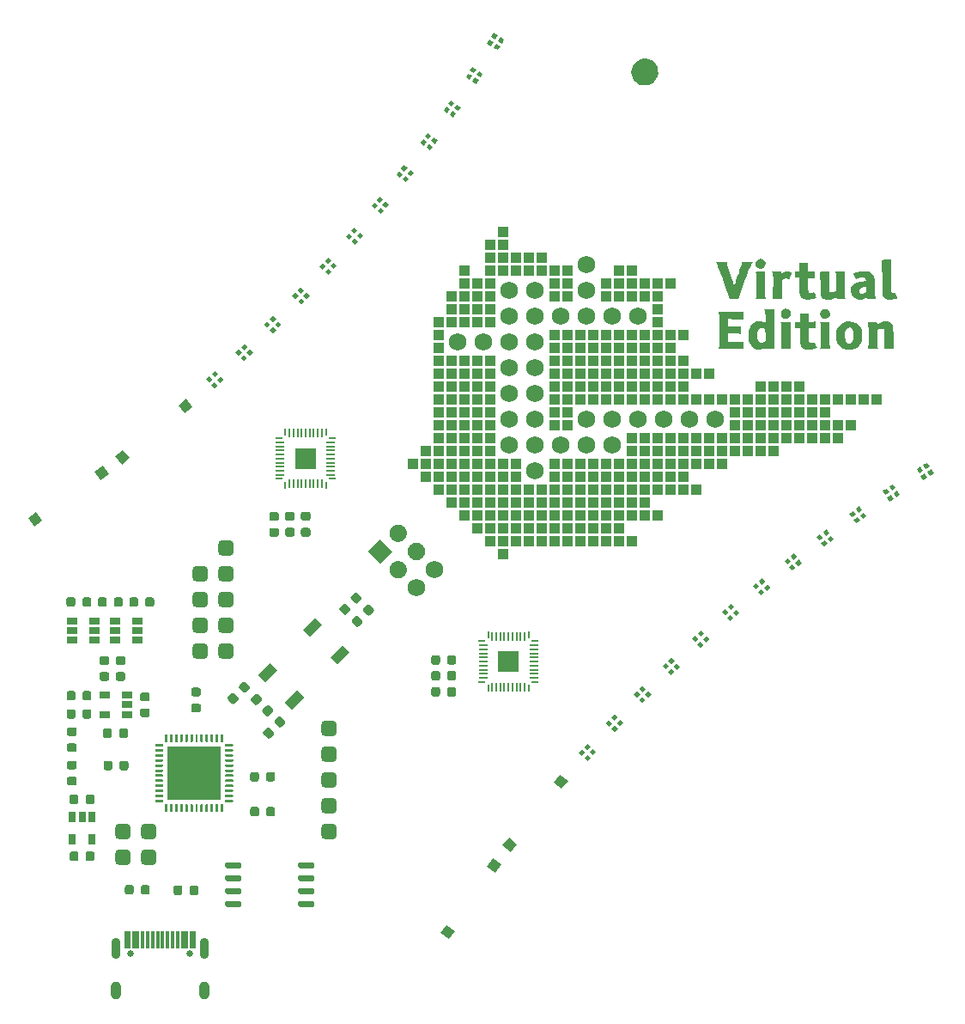
<source format=gts>
G04 #@! TF.GenerationSoftware,KiCad,Pcbnew,(5.99.0-3349-g91c4a681c)*
G04 #@! TF.CreationDate,2020-09-20T22:46:24+02:00*
G04 #@! TF.ProjectId,badge,62616467-652e-46b6-9963-61645f706362,0.1*
G04 #@! TF.SameCoordinates,Original*
G04 #@! TF.FileFunction,Soldermask,Top*
G04 #@! TF.FilePolarity,Negative*
%FSLAX46Y46*%
G04 Gerber Fmt 4.6, Leading zero omitted, Abs format (unit mm)*
G04 Created by KiCad (PCBNEW (5.99.0-3349-g91c4a681c)) date 2020-09-20 22:46:24*
%MOMM*%
%LPD*%
G01*
G04 APERTURE LIST*
%ADD10C,1.727200*%
%ADD11R,1.016000X1.016000*%
%ADD12O,0.200000X0.800000*%
%ADD13O,0.200000X1.000000*%
%ADD14O,0.800000X0.200000*%
%ADD15O,1.000000X0.200000*%
%ADD16R,1.000000X1.000000*%
%ADD17R,0.650000X1.060000*%
%ADD18R,1.060000X0.650000*%
%ADD19R,5.300000X5.300000*%
%ADD20C,0.650000*%
%ADD21R,0.300000X1.750000*%
%ADD22O,0.900000X2.100000*%
%ADD23O,1.000000X1.800000*%
G04 APERTURE END LIST*
G04 #@! TO.C,G\u002A\u002A\u002A*
G36*
X142722968Y-76974448D02*
G01*
X142735500Y-78544563D01*
X142831518Y-78622273D01*
X142935807Y-78676230D01*
X143048432Y-78665310D01*
X143112878Y-78651122D01*
X143158119Y-78663719D01*
X143198358Y-78718064D01*
X143247794Y-78829119D01*
X143279798Y-78909074D01*
X143331932Y-79048329D01*
X143365498Y-79153600D01*
X143373784Y-79203643D01*
X143373155Y-79204623D01*
X143310224Y-79230987D01*
X143182537Y-79259812D01*
X143009801Y-79287657D01*
X142811722Y-79311083D01*
X142714334Y-79319675D01*
X142528546Y-79328975D01*
X142395079Y-79319874D01*
X142282899Y-79288819D01*
X142224289Y-79263573D01*
X142057757Y-79146195D01*
X141970289Y-79018620D01*
X141949605Y-78971778D01*
X141932504Y-78916762D01*
X141918508Y-78845020D01*
X141907139Y-78747999D01*
X141897920Y-78617148D01*
X141890372Y-78443914D01*
X141884018Y-78219744D01*
X141878379Y-77936088D01*
X141872977Y-77584391D01*
X141867667Y-77182334D01*
X141862164Y-76812864D01*
X141855458Y-76469046D01*
X141847848Y-76160281D01*
X141839638Y-75895970D01*
X141831130Y-75685515D01*
X141822626Y-75538318D01*
X141814427Y-75463781D01*
X141812252Y-75457250D01*
X141814980Y-75433317D01*
X141866931Y-75417421D01*
X141978644Y-75408272D01*
X142160659Y-75404577D01*
X142244220Y-75404334D01*
X142710436Y-75404334D01*
X142722968Y-76974448D01*
G37*
G36*
X134628667Y-81542667D02*
G01*
X134837578Y-81542667D01*
X134985961Y-81534228D01*
X135116267Y-81512946D01*
X135155078Y-81501381D01*
X135263667Y-81460096D01*
X135263667Y-82158145D01*
X134628667Y-82126079D01*
X134628667Y-82801479D01*
X134629472Y-83057366D01*
X134632888Y-83242213D01*
X134640419Y-83369638D01*
X134653566Y-83453263D01*
X134673832Y-83506704D01*
X134702720Y-83543582D01*
X134711445Y-83551791D01*
X134823242Y-83601885D01*
X134975853Y-83604184D01*
X135139913Y-83558250D01*
X135140150Y-83558146D01*
X135183432Y-83559935D01*
X135231296Y-83611729D01*
X135292518Y-83725301D01*
X135336402Y-83821394D01*
X135465672Y-84114064D01*
X135151799Y-84183032D01*
X134858017Y-84231925D01*
X134577216Y-84249684D01*
X134328860Y-84236597D01*
X134132411Y-84192951D01*
X134073025Y-84167157D01*
X133981995Y-84110043D01*
X133911830Y-84039496D01*
X133859913Y-83944478D01*
X133823630Y-83813952D01*
X133800366Y-83636884D01*
X133787507Y-83402235D01*
X133782437Y-83098971D01*
X133782000Y-82938810D01*
X133782000Y-82135334D01*
X133274000Y-82135334D01*
X133274000Y-81546892D01*
X133760834Y-81521500D01*
X133785066Y-80696000D01*
X134628667Y-80696000D01*
X134628667Y-81542667D01*
G37*
G36*
X128194000Y-80954529D02*
G01*
X128192669Y-81135739D01*
X128186662Y-81246552D01*
X128172957Y-81301225D01*
X128148532Y-81314011D01*
X128119917Y-81303990D01*
X128053889Y-81291017D01*
X127919321Y-81278475D01*
X127732338Y-81267398D01*
X127509063Y-81258814D01*
X127356240Y-81255138D01*
X126666646Y-81242354D01*
X126678906Y-81614761D01*
X126691167Y-81987167D01*
X127199167Y-81987167D01*
X127409607Y-81984498D01*
X127598919Y-81977245D01*
X127745357Y-81966545D01*
X127823584Y-81954610D01*
X127940000Y-81922054D01*
X127940000Y-82327880D01*
X127939310Y-82514910D01*
X127934773Y-82631700D01*
X127922686Y-82692678D01*
X127899348Y-82712270D01*
X127861057Y-82704903D01*
X127844750Y-82699103D01*
X127766728Y-82685745D01*
X127624155Y-82674783D01*
X127437140Y-82667330D01*
X127225788Y-82664502D01*
X127220334Y-82664500D01*
X126691167Y-82664500D01*
X126679071Y-83101286D01*
X126666975Y-83538071D01*
X127356404Y-83523352D01*
X127594289Y-83516288D01*
X127806094Y-83506281D01*
X127975693Y-83494382D01*
X128086958Y-83481640D01*
X128119917Y-83473620D01*
X128154869Y-83464091D01*
X128176729Y-83485209D01*
X128188517Y-83551269D01*
X128193255Y-83676566D01*
X128194000Y-83824138D01*
X128194000Y-84209667D01*
X126945167Y-84209667D01*
X126629796Y-84208566D01*
X126343673Y-84205452D01*
X126097235Y-84200608D01*
X125900915Y-84194317D01*
X125765148Y-84186862D01*
X125700370Y-84178526D01*
X125696334Y-84175800D01*
X125722878Y-84119924D01*
X125749250Y-84089017D01*
X125763823Y-84032932D01*
X125776264Y-83903460D01*
X125786579Y-83711853D01*
X125794771Y-83469364D01*
X125800846Y-83187246D01*
X125804809Y-82876751D01*
X125806665Y-82549130D01*
X125806418Y-82215638D01*
X125804074Y-81887527D01*
X125799638Y-81576048D01*
X125793113Y-81292455D01*
X125784506Y-81048000D01*
X125773821Y-80853936D01*
X125761063Y-80721514D01*
X125747761Y-80664250D01*
X125693355Y-80569000D01*
X128194000Y-80569000D01*
X128194000Y-80954529D01*
G37*
G36*
X132522413Y-80262248D02*
G01*
X132598053Y-80294550D01*
X132732132Y-80404902D01*
X132814393Y-80556497D01*
X132844572Y-80728207D01*
X132822404Y-80898907D01*
X132747625Y-81047467D01*
X132619972Y-81152762D01*
X132608845Y-81158060D01*
X132463551Y-81195999D01*
X132296631Y-81199708D01*
X132144751Y-81171136D01*
X132061872Y-81128976D01*
X131937988Y-80983857D01*
X131881872Y-80797985D01*
X131877000Y-80708203D01*
X131913875Y-80521504D01*
X132013440Y-80374044D01*
X132159110Y-80275338D01*
X132334297Y-80234900D01*
X132522413Y-80262248D01*
G37*
G36*
X128673605Y-82791500D02*
G01*
X128727783Y-82397678D01*
X128828176Y-82074063D01*
X128975300Y-81819584D01*
X129169676Y-81633171D01*
X129262349Y-81576589D01*
X129461331Y-81506410D01*
X129693809Y-81477353D01*
X129928082Y-81489484D01*
X130132447Y-81542870D01*
X130196781Y-81574640D01*
X130353000Y-81666811D01*
X130352739Y-81107322D01*
X130349113Y-80837855D01*
X130337860Y-80641749D01*
X130317982Y-80507958D01*
X130291750Y-80431417D01*
X130231021Y-80315000D01*
X131197132Y-80315000D01*
X131208983Y-82188250D01*
X131212254Y-82580625D01*
X131216838Y-82948422D01*
X131222512Y-83282665D01*
X131229055Y-83574380D01*
X131236244Y-83814590D01*
X131243859Y-83994322D01*
X131251677Y-84104599D01*
X131257113Y-84135584D01*
X131266784Y-84168450D01*
X131248240Y-84189873D01*
X131188016Y-84202268D01*
X131072648Y-84208051D01*
X130888674Y-84209640D01*
X130844363Y-84209667D01*
X130644792Y-84208591D01*
X130515003Y-84203519D01*
X130440121Y-84191686D01*
X130405268Y-84170326D01*
X130395571Y-84136674D01*
X130395334Y-84126191D01*
X130390583Y-84080317D01*
X130363979Y-84069660D01*
X130296987Y-84096213D01*
X130198528Y-84147358D01*
X130050880Y-84212175D01*
X129899015Y-84243134D01*
X129722278Y-84249317D01*
X129560794Y-84241936D01*
X129420804Y-84225422D01*
X129343145Y-84206706D01*
X129109017Y-84068857D01*
X128920447Y-83865608D01*
X128781379Y-83605291D01*
X128695755Y-83296241D01*
X128678726Y-83085507D01*
X129560767Y-83085507D01*
X129608325Y-83322520D01*
X129704358Y-83490430D01*
X129750757Y-83533887D01*
X129898337Y-83599122D01*
X130070599Y-83592060D01*
X130249512Y-83513509D01*
X130252766Y-83511391D01*
X130292395Y-83482937D01*
X130319928Y-83448824D01*
X130337225Y-83394920D01*
X130346146Y-83307091D01*
X130348550Y-83171207D01*
X130346297Y-82973135D01*
X130343539Y-82821539D01*
X130331834Y-82198834D01*
X130150233Y-82136059D01*
X130028860Y-82099867D01*
X129947443Y-82097715D01*
X129868393Y-82129658D01*
X129856019Y-82136492D01*
X129719314Y-82254327D01*
X129625454Y-82433568D01*
X129571442Y-82680768D01*
X129561754Y-82779673D01*
X129560767Y-83085507D01*
X128678726Y-83085507D01*
X128667516Y-82946789D01*
X128673605Y-82791500D01*
G37*
G36*
X134553051Y-76155750D02*
G01*
X134565167Y-76568500D01*
X134807481Y-76581163D01*
X134956957Y-76580392D01*
X135082492Y-76564887D01*
X135135564Y-76547924D01*
X135176000Y-76530309D01*
X135201195Y-76539645D01*
X135214749Y-76590120D01*
X135220262Y-76695921D01*
X135221332Y-76871236D01*
X135221334Y-76886000D01*
X135220434Y-77066545D01*
X135215337Y-77176613D01*
X135202442Y-77230392D01*
X135178150Y-77242070D01*
X135138862Y-77225835D01*
X135135564Y-77224077D01*
X135046548Y-77200686D01*
X134909292Y-77189566D01*
X134807481Y-77190837D01*
X134565167Y-77203500D01*
X134565167Y-77863848D01*
X134566958Y-78137985D01*
X134574184Y-78339610D01*
X134589620Y-78480836D01*
X134616041Y-78573774D01*
X134656225Y-78630538D01*
X134712947Y-78663240D01*
X134751088Y-78675069D01*
X134840364Y-78675002D01*
X134961622Y-78648964D01*
X134986007Y-78641105D01*
X135143613Y-78586923D01*
X135268103Y-78864387D01*
X135326662Y-79002263D01*
X135365003Y-79107112D01*
X135375632Y-79158207D01*
X135374842Y-79159603D01*
X135327311Y-79179489D01*
X135223604Y-79211974D01*
X135130463Y-79238026D01*
X134890529Y-79287630D01*
X134636551Y-79315865D01*
X134398546Y-79320890D01*
X134206528Y-79300865D01*
X134185076Y-79295971D01*
X133980785Y-79206141D01*
X133833495Y-79054216D01*
X133745904Y-78843062D01*
X133741944Y-78825511D01*
X133726819Y-78712279D01*
X133713890Y-78534008D01*
X133704103Y-78310316D01*
X133698401Y-78060822D01*
X133697334Y-77899916D01*
X133697334Y-77182334D01*
X133231667Y-77182334D01*
X133231667Y-76589667D01*
X133697334Y-76589667D01*
X133697334Y-75743000D01*
X134540934Y-75743000D01*
X134553051Y-76155750D01*
G37*
G36*
X118574810Y-55599172D02*
G01*
X118866820Y-55653529D01*
X119090673Y-55743564D01*
X119346102Y-55927170D01*
X119542955Y-56160102D01*
X119679271Y-56428910D01*
X119753092Y-56720143D01*
X119762457Y-57020351D01*
X119705406Y-57316086D01*
X119579979Y-57593895D01*
X119394692Y-57829975D01*
X119197887Y-58001605D01*
X119000067Y-58113558D01*
X118774651Y-58176897D01*
X118499667Y-58202526D01*
X118233808Y-58200388D01*
X118033684Y-58171549D01*
X117960957Y-58149429D01*
X117758394Y-58041310D01*
X117554891Y-57874918D01*
X117374228Y-57672962D01*
X117242939Y-57463822D01*
X117148816Y-57181967D01*
X117120816Y-56873867D01*
X117159330Y-56566633D01*
X117227186Y-56364065D01*
X117358173Y-56146968D01*
X117544765Y-55941592D01*
X117761981Y-55770988D01*
X117984840Y-55658208D01*
X117996401Y-55654261D01*
X118273962Y-55598542D01*
X118574810Y-55599172D01*
G37*
G36*
X142429543Y-81490904D02*
G01*
X142589508Y-81530277D01*
X142716899Y-81609658D01*
X142836853Y-81740303D01*
X142859884Y-81770521D01*
X142886481Y-81810824D01*
X142907417Y-81859213D01*
X142923633Y-81926287D01*
X142936067Y-82022647D01*
X142945656Y-82158890D01*
X142953339Y-82345616D01*
X142960055Y-82593423D01*
X142966741Y-82912911D01*
X142968334Y-82995572D01*
X142975286Y-83295371D01*
X142983957Y-83568448D01*
X142993784Y-83803012D01*
X143004204Y-83987271D01*
X143014654Y-84109434D01*
X143023749Y-84156750D01*
X143020563Y-84179395D01*
X142969880Y-84194920D01*
X142861587Y-84204397D01*
X142685572Y-84208899D01*
X142524842Y-84209667D01*
X142305105Y-84209066D01*
X142157478Y-84205862D01*
X142069409Y-84197955D01*
X142028343Y-84183244D01*
X142021726Y-84159628D01*
X142035511Y-84127783D01*
X142051695Y-84055835D01*
X142064280Y-83917528D01*
X142073325Y-83728254D01*
X142078884Y-83503408D01*
X142081015Y-83258383D01*
X142079774Y-83008575D01*
X142075218Y-82769376D01*
X142067403Y-82556180D01*
X142056386Y-82384381D01*
X142042223Y-82269373D01*
X142028534Y-82228467D01*
X141934399Y-82186526D01*
X141793859Y-82182706D01*
X141635474Y-82215778D01*
X141551603Y-82249007D01*
X141402000Y-82320348D01*
X141402000Y-83183124D01*
X141404169Y-83481722D01*
X141410350Y-83736357D01*
X141420054Y-83936495D01*
X141432793Y-84071601D01*
X141445823Y-84127783D01*
X141460007Y-84161607D01*
X141451406Y-84184551D01*
X141407455Y-84198723D01*
X141315592Y-84206228D01*
X141163252Y-84209173D01*
X140957500Y-84209667D01*
X140738008Y-84209064D01*
X140590617Y-84205851D01*
X140502765Y-84197921D01*
X140461887Y-84183168D01*
X140455421Y-84159484D01*
X140469177Y-84127783D01*
X140483335Y-84059761D01*
X140494852Y-83922351D01*
X140503764Y-83728704D01*
X140510109Y-83491971D01*
X140513921Y-83225304D01*
X140515237Y-82941855D01*
X140514093Y-82654775D01*
X140510526Y-82377215D01*
X140504572Y-82122328D01*
X140496266Y-81903266D01*
X140485646Y-81733178D01*
X140472747Y-81625218D01*
X140462200Y-81593467D01*
X140457556Y-81570761D01*
X140503896Y-81555566D01*
X140611066Y-81546699D01*
X140788910Y-81542979D01*
X140885534Y-81542667D01*
X141091040Y-81543285D01*
X141226483Y-81547163D01*
X141306466Y-81557340D01*
X141345590Y-81576852D01*
X141358460Y-81608736D01*
X141359667Y-81641282D01*
X141359667Y-81739898D01*
X141621565Y-81610089D01*
X141777928Y-81539361D01*
X141912950Y-81499839D01*
X142065160Y-81483050D01*
X142211873Y-81480281D01*
X142429543Y-81490904D01*
G37*
G36*
X132808334Y-82794283D02*
G01*
X132809852Y-83182416D01*
X132814284Y-83511961D01*
X132821446Y-83777307D01*
X132831152Y-83972845D01*
X132843220Y-84092965D01*
X132852156Y-84127783D01*
X132866340Y-84161607D01*
X132857739Y-84184551D01*
X132813788Y-84198723D01*
X132721925Y-84206228D01*
X132569586Y-84209173D01*
X132363834Y-84209667D01*
X132144341Y-84209064D01*
X131996951Y-84205851D01*
X131909098Y-84197921D01*
X131868220Y-84183168D01*
X131861754Y-84159484D01*
X131875511Y-84127783D01*
X131889283Y-84058758D01*
X131900735Y-83911441D01*
X131909644Y-83692181D01*
X131915788Y-83407327D01*
X131918945Y-83063228D01*
X131919334Y-82876167D01*
X131917712Y-82505522D01*
X131912994Y-82191032D01*
X131905404Y-81939045D01*
X131895162Y-81755910D01*
X131882492Y-81647975D01*
X131875511Y-81624550D01*
X131860881Y-81589510D01*
X131870305Y-81566220D01*
X131916777Y-81552286D01*
X132013294Y-81545315D01*
X132172850Y-81542913D01*
X132320011Y-81542667D01*
X132808334Y-81542667D01*
X132808334Y-82794283D01*
G37*
G36*
X130310667Y-77841283D02*
G01*
X130312185Y-78229416D01*
X130316617Y-78558961D01*
X130323779Y-78824307D01*
X130333486Y-79019845D01*
X130345553Y-79139965D01*
X130354490Y-79174783D01*
X130368891Y-79209197D01*
X130359897Y-79232314D01*
X130314735Y-79246376D01*
X130220631Y-79253626D01*
X130064810Y-79256306D01*
X129888016Y-79256667D01*
X129377720Y-79256667D01*
X129410277Y-79140250D01*
X129418934Y-79067863D01*
X129426725Y-78923221D01*
X129433330Y-78718733D01*
X129438429Y-78466809D01*
X129441704Y-78179859D01*
X129442834Y-77876696D01*
X129441993Y-77517956D01*
X129439193Y-77235167D01*
X129434020Y-77019624D01*
X129426057Y-76862627D01*
X129414889Y-76755471D01*
X129400101Y-76689454D01*
X129384733Y-76659612D01*
X129366237Y-76629763D01*
X129377860Y-76609836D01*
X129431876Y-76597853D01*
X129540561Y-76591836D01*
X129716189Y-76589807D01*
X129818650Y-76589667D01*
X130310667Y-76589667D01*
X130310667Y-77841283D01*
G37*
G36*
X130022584Y-75328446D02*
G01*
X130121658Y-75364932D01*
X130217142Y-75444349D01*
X130222744Y-75449923D01*
X130308169Y-75552196D01*
X130345768Y-75657892D01*
X130353000Y-75779170D01*
X130325138Y-75981115D01*
X130236713Y-76130142D01*
X130098533Y-76230075D01*
X129929407Y-76286220D01*
X129760524Y-76270180D01*
X129641719Y-76222518D01*
X129491526Y-76104046D01*
X129402397Y-75932116D01*
X129379334Y-75762036D01*
X129397744Y-75638178D01*
X129464390Y-75527345D01*
X129523267Y-75463600D01*
X129625390Y-75373816D01*
X129721309Y-75331504D01*
X129852760Y-75319820D01*
X129879844Y-75319667D01*
X130022584Y-75328446D01*
G37*
G36*
X136670036Y-82802084D02*
G01*
X136674206Y-83123269D01*
X136680265Y-83419216D01*
X136687808Y-83678702D01*
X136696429Y-83890506D01*
X136705725Y-84043407D01*
X136715290Y-84126183D01*
X136718113Y-84135584D01*
X136727294Y-84166648D01*
X136710308Y-84187591D01*
X136654400Y-84200385D01*
X136546814Y-84207003D01*
X136374795Y-84209416D01*
X136239010Y-84209667D01*
X135723628Y-84209667D01*
X135758231Y-84114417D01*
X135768442Y-84044325D01*
X135776812Y-83904359D01*
X135783350Y-83708031D01*
X135788065Y-83468855D01*
X135790966Y-83200343D01*
X135792063Y-82916010D01*
X135791363Y-82629369D01*
X135788877Y-82353932D01*
X135784614Y-82103213D01*
X135778582Y-81890725D01*
X135770791Y-81729981D01*
X135761249Y-81634495D01*
X135756554Y-81616750D01*
X135747036Y-81584460D01*
X135765067Y-81563180D01*
X135823886Y-81550645D01*
X135936733Y-81544587D01*
X136116848Y-81542739D01*
X136189256Y-81542667D01*
X136658238Y-81542667D01*
X136670036Y-82802084D01*
G37*
G36*
X138806427Y-78098299D02*
G01*
X138933083Y-77896743D01*
X139129822Y-77736469D01*
X139394193Y-77619823D01*
X139723747Y-77549149D01*
X139905148Y-77532197D01*
X140113920Y-77514512D01*
X140244630Y-77486916D01*
X140303819Y-77442857D01*
X140298024Y-77375783D01*
X140233784Y-77279141D01*
X140199126Y-77237611D01*
X140125756Y-77165721D01*
X140046674Y-77132524D01*
X139927771Y-77126252D01*
X139880813Y-77127795D01*
X139705321Y-77151721D01*
X139525499Y-77200881D01*
X139473104Y-77221513D01*
X139358135Y-77269553D01*
X139297006Y-77282338D01*
X139267173Y-77261131D01*
X139255313Y-77233718D01*
X139224236Y-77155296D01*
X139172649Y-77032078D01*
X139134396Y-76943070D01*
X139039666Y-76724973D01*
X139393801Y-76636153D01*
X139652982Y-76585353D01*
X139926052Y-76555910D01*
X140188288Y-76548673D01*
X140414966Y-76564490D01*
X140559600Y-76596142D01*
X140792278Y-76709832D01*
X140964278Y-76876472D01*
X141032460Y-76984815D01*
X141062991Y-77047173D01*
X141086606Y-77113585D01*
X141104537Y-77196245D01*
X141118022Y-77307347D01*
X141128293Y-77459085D01*
X141136586Y-77663654D01*
X141144136Y-77933248D01*
X141148903Y-78134834D01*
X141156766Y-78417132D01*
X141166597Y-78673802D01*
X141177680Y-78891800D01*
X141189298Y-79058081D01*
X141200737Y-79159600D01*
X141206431Y-79182584D01*
X141215618Y-79215455D01*
X141196642Y-79236881D01*
X141136009Y-79249276D01*
X141020226Y-79255057D01*
X140835798Y-79256641D01*
X140792696Y-79256667D01*
X140593294Y-79255660D01*
X140463638Y-79250738D01*
X140388812Y-79239045D01*
X140353902Y-79217727D01*
X140343994Y-79183931D01*
X140343667Y-79170733D01*
X140340081Y-79116037D01*
X140315400Y-79110631D01*
X140248739Y-79155024D01*
X140223485Y-79173653D01*
X140031389Y-79271862D01*
X139798772Y-79325886D01*
X139560422Y-79330233D01*
X139412059Y-79301780D01*
X139151291Y-79186760D01*
X138956672Y-79019384D01*
X138826091Y-78797386D01*
X138773160Y-78615879D01*
X138757480Y-78407562D01*
X139589273Y-78407562D01*
X139609031Y-78552384D01*
X139688545Y-78657575D01*
X139809978Y-78717389D01*
X139955494Y-78726078D01*
X140107256Y-78677893D01*
X140207978Y-78606952D01*
X140267780Y-78536411D01*
X140293074Y-78448707D01*
X140292978Y-78311389D01*
X140292645Y-78305591D01*
X140280167Y-78092500D01*
X140052698Y-78098714D01*
X139835675Y-78130390D01*
X139685080Y-78210867D01*
X139602969Y-78338776D01*
X139589273Y-78407562D01*
X138757480Y-78407562D01*
X138752303Y-78338793D01*
X138806427Y-78098299D01*
G37*
G36*
X132627933Y-76557726D02*
G01*
X132763113Y-76584241D01*
X132872811Y-76619882D01*
X132931492Y-76657653D01*
X132935334Y-76668580D01*
X132920903Y-76723689D01*
X132883754Y-76829615D01*
X132833098Y-76963057D01*
X132778149Y-77100709D01*
X132728119Y-77219268D01*
X132692222Y-77295432D01*
X132681334Y-77311072D01*
X132631429Y-77304894D01*
X132531037Y-77279886D01*
X132484385Y-77266408D01*
X132357964Y-77237184D01*
X132259062Y-77246126D01*
X132145718Y-77293288D01*
X131982834Y-77372834D01*
X131971304Y-78196916D01*
X131969733Y-78463586D01*
X131972361Y-78706170D01*
X131978716Y-78909569D01*
X131988324Y-79058685D01*
X132000710Y-79138421D01*
X132000852Y-79138832D01*
X132041929Y-79256667D01*
X131531602Y-79256667D01*
X131317167Y-79255786D01*
X131174582Y-79251811D01*
X131091036Y-79242739D01*
X131053719Y-79226569D01*
X131049821Y-79201300D01*
X131057386Y-79182584D01*
X131067460Y-79121768D01*
X131077408Y-78988206D01*
X131086748Y-78793819D01*
X131094998Y-78550526D01*
X131101676Y-78270248D01*
X131106204Y-77973789D01*
X131109409Y-77619557D01*
X131109919Y-77340075D01*
X131107346Y-77125460D01*
X131101301Y-76965826D01*
X131091397Y-76851289D01*
X131077243Y-76771964D01*
X131058452Y-76717967D01*
X131056701Y-76714372D01*
X130994489Y-76589667D01*
X131919334Y-76589667D01*
X131919334Y-76799469D01*
X132118122Y-76673401D01*
X132313584Y-76576745D01*
X132492804Y-76547334D01*
X132627933Y-76557726D01*
G37*
G36*
X136410250Y-80270217D02*
G01*
X136550194Y-80352975D01*
X136674743Y-80516637D01*
X136727524Y-80692044D01*
X136714334Y-80863430D01*
X136640969Y-81015028D01*
X136513226Y-81131071D01*
X136336900Y-81195792D01*
X136237334Y-81204000D01*
X136045402Y-81179034D01*
X135928607Y-81118672D01*
X135819562Y-80986302D01*
X135753789Y-80813416D01*
X135745199Y-80638910D01*
X135749226Y-80617137D01*
X135797340Y-80508993D01*
X135882546Y-80395196D01*
X135903503Y-80373866D01*
X136056083Y-80278709D01*
X136234284Y-80243859D01*
X136410250Y-80270217D01*
G37*
G36*
X137330628Y-82489129D02*
G01*
X137351991Y-82366167D01*
X137387342Y-82260258D01*
X137405973Y-82217849D01*
X137579631Y-81935646D01*
X137810943Y-81715398D01*
X138004703Y-81599158D01*
X138141841Y-81538677D01*
X138267807Y-81503246D01*
X138414945Y-81486573D01*
X138605058Y-81482377D01*
X138951202Y-81512496D01*
X139243645Y-81606172D01*
X139488153Y-81766695D01*
X139690493Y-81997355D01*
X139786530Y-82156500D01*
X139834937Y-82253945D01*
X139867109Y-82343687D01*
X139886323Y-82446658D01*
X139895854Y-82583788D01*
X139898977Y-82776008D01*
X139899167Y-82876167D01*
X139898009Y-83094655D01*
X139892134Y-83249543D01*
X139877943Y-83361890D01*
X139851832Y-83452758D01*
X139810203Y-83543205D01*
X139773515Y-83611023D01*
X139596023Y-83868110D01*
X139382865Y-84055804D01*
X139125665Y-84178637D01*
X138816047Y-84241143D01*
X138589876Y-84251587D01*
X138380385Y-84244451D01*
X138220893Y-84219592D01*
X138077534Y-84170936D01*
X138035613Y-84152193D01*
X137770673Y-83987296D01*
X137556716Y-83760183D01*
X137432337Y-83558927D01*
X137381311Y-83453591D01*
X137348211Y-83356572D01*
X137329175Y-83244840D01*
X137320339Y-83095361D01*
X137317840Y-82885104D01*
X137317819Y-82876167D01*
X137318422Y-82820189D01*
X138184484Y-82820189D01*
X138193906Y-83048640D01*
X138224231Y-83255090D01*
X138266245Y-83390398D01*
X138373600Y-83554847D01*
X138506894Y-83645062D01*
X138656060Y-83657776D01*
X138811033Y-83589723D01*
X138832060Y-83574005D01*
X138944679Y-83436933D01*
X139015984Y-83233401D01*
X139047197Y-82959467D01*
X139048900Y-82875157D01*
X139034291Y-82650447D01*
X138992637Y-82443215D01*
X138930057Y-82273142D01*
X138852670Y-82159912D01*
X138818764Y-82134850D01*
X138649833Y-82085433D01*
X138490291Y-82114318D01*
X138352760Y-82215203D01*
X138249861Y-82381788D01*
X138232864Y-82427401D01*
X138197094Y-82602265D01*
X138184484Y-82820189D01*
X137318422Y-82820189D01*
X137320241Y-82651632D01*
X137330628Y-82489129D01*
G37*
G36*
X136618334Y-77534076D02*
G01*
X136618903Y-77869190D01*
X136622382Y-78128866D01*
X136631427Y-78322331D01*
X136648694Y-78458814D01*
X136676840Y-78547541D01*
X136718522Y-78597741D01*
X136776395Y-78618641D01*
X136853116Y-78619469D01*
X136928640Y-78612017D01*
X137073862Y-78583073D01*
X137200707Y-78537294D01*
X137231556Y-78520127D01*
X137338000Y-78450382D01*
X137337739Y-77636441D01*
X137336055Y-77328530D01*
X137330751Y-77094419D01*
X137321119Y-76923294D01*
X137306450Y-76804339D01*
X137286036Y-76726738D01*
X137276750Y-76706084D01*
X137216021Y-76589667D01*
X138184667Y-76589667D01*
X138184667Y-77814578D01*
X138186077Y-78146998D01*
X138190083Y-78449738D01*
X138196348Y-78711920D01*
X138204536Y-78922663D01*
X138214309Y-79071088D01*
X138225330Y-79146316D01*
X138225952Y-79148078D01*
X138267238Y-79256667D01*
X137823786Y-79256667D01*
X137625581Y-79255531D01*
X137497090Y-79250276D01*
X137423369Y-79238126D01*
X137389475Y-79216308D01*
X137380466Y-79182048D01*
X137380334Y-79174342D01*
X137375534Y-79130858D01*
X137349134Y-79118316D01*
X137283135Y-79138477D01*
X137159537Y-79193103D01*
X137151645Y-79196715D01*
X136946339Y-79267079D01*
X136709899Y-79312095D01*
X136476386Y-79327652D01*
X136279863Y-79309637D01*
X136258500Y-79304534D01*
X136059015Y-79222877D01*
X135914493Y-79090274D01*
X135871848Y-79027313D01*
X135847145Y-78978749D01*
X135827603Y-78916944D01*
X135812324Y-78831088D01*
X135800414Y-78710372D01*
X135790974Y-78543986D01*
X135783109Y-78321120D01*
X135775923Y-78030966D01*
X135771510Y-77817334D01*
X135764319Y-77520074D01*
X135755241Y-77248291D01*
X135744885Y-77014257D01*
X135733863Y-76830244D01*
X135722786Y-76708524D01*
X135714064Y-76663750D01*
X135704631Y-76631493D01*
X135722699Y-76610222D01*
X135781499Y-76597678D01*
X135894262Y-76591605D01*
X136074219Y-76589742D01*
X136148138Y-76589667D01*
X136618334Y-76589667D01*
X136618334Y-77534076D01*
G37*
G36*
X126534854Y-75753584D02*
G01*
X126548203Y-75822525D01*
X126585101Y-75956446D01*
X126641050Y-76141909D01*
X126711550Y-76365477D01*
X126792103Y-76613712D01*
X126878210Y-76873176D01*
X126965371Y-77130432D01*
X127049089Y-77372042D01*
X127124863Y-77584569D01*
X127188195Y-77754574D01*
X127234587Y-77868620D01*
X127257330Y-77911515D01*
X127280324Y-77884921D01*
X127324616Y-77789813D01*
X127385989Y-77638405D01*
X127460223Y-77442912D01*
X127543101Y-77215550D01*
X127630407Y-76968535D01*
X127717920Y-76714080D01*
X127801425Y-76464403D01*
X127876703Y-76231718D01*
X127939536Y-76028240D01*
X127985706Y-75866184D01*
X128010997Y-75757767D01*
X128013983Y-75720146D01*
X127994074Y-75616000D01*
X129085535Y-75616000D01*
X129000288Y-75732417D01*
X128967648Y-75796219D01*
X128909459Y-75930621D01*
X128829240Y-76126701D01*
X128730508Y-76375538D01*
X128616783Y-76668211D01*
X128491582Y-76995798D01*
X128358424Y-77349378D01*
X128286604Y-77542167D01*
X127658168Y-79235500D01*
X127259141Y-79247491D01*
X126860115Y-79259482D01*
X126250577Y-77622614D01*
X126115677Y-77261947D01*
X125986556Y-76919759D01*
X125866912Y-76605628D01*
X125760439Y-76329131D01*
X125670835Y-76099842D01*
X125601796Y-75927340D01*
X125557017Y-75821199D01*
X125547444Y-75800873D01*
X125453849Y-75616000D01*
X126534534Y-75616000D01*
X126534854Y-75753584D01*
G37*
G04 #@! TD*
D10*
G04 #@! TO.C,REF\u002A\u002A*
X107620000Y-93650000D03*
G04 #@! TD*
G04 #@! TO.C,REF\u002A\u002A*
X122860000Y-91110000D03*
G04 #@! TD*
G04 #@! TO.C,REF\u002A\u002A*
X110160000Y-93650000D03*
G04 #@! TD*
G04 #@! TO.C,REF\u002A\u002A*
X105080000Y-80950000D03*
G04 #@! TD*
G04 #@! TO.C,REF\u002A\u002A*
X112700000Y-78410000D03*
G04 #@! TD*
G04 #@! TO.C,REF\u002A\u002A*
X107620000Y-91110000D03*
G04 #@! TD*
G04 #@! TO.C,REF\u002A\u002A*
X115240000Y-93650000D03*
G04 #@! TD*
G04 #@! TO.C,REF\u002A\u002A*
X107620000Y-88570000D03*
G04 #@! TD*
G04 #@! TO.C,REF\u002A\u002A*
X110160000Y-80950000D03*
G04 #@! TD*
G04 #@! TO.C,REF\u002A\u002A*
X105080000Y-91110000D03*
G04 #@! TD*
G04 #@! TO.C,REF\u002A\u002A*
X107620000Y-78410000D03*
G04 #@! TD*
G04 #@! TO.C,REF\u002A\u002A*
X105080000Y-93650000D03*
G04 #@! TD*
G04 #@! TO.C,REF\u002A\u002A*
X105080000Y-88570000D03*
G04 #@! TD*
G04 #@! TO.C,REF\u002A\u002A*
X107620000Y-96190000D03*
G04 #@! TD*
G04 #@! TO.C,REF\u002A\u002A*
X117780000Y-80950000D03*
G04 #@! TD*
G04 #@! TO.C,REF\u002A\u002A*
X107620000Y-83490000D03*
G04 #@! TD*
G04 #@! TO.C,REF\u002A\u002A*
X115240000Y-91110000D03*
G04 #@! TD*
G04 #@! TO.C,REF\u002A\u002A*
X105080000Y-83490000D03*
G04 #@! TD*
G04 #@! TO.C,REF\u002A\u002A*
X117780000Y-91110000D03*
G04 #@! TD*
G04 #@! TO.C,REF\u002A\u002A*
X105080000Y-78410000D03*
G04 #@! TD*
G04 #@! TO.C,REF\u002A\u002A*
X100000000Y-83490000D03*
G04 #@! TD*
G04 #@! TO.C,REF\u002A\u002A*
X107620000Y-80950000D03*
G04 #@! TD*
G04 #@! TO.C,REF\u002A\u002A*
X115240000Y-80950000D03*
G04 #@! TD*
G04 #@! TO.C,REF\u002A\u002A*
X112700000Y-80950000D03*
G04 #@! TD*
G04 #@! TO.C,REF\u002A\u002A*
X120320000Y-91110000D03*
G04 #@! TD*
G04 #@! TO.C,REF\u002A\u002A*
X112700000Y-93650000D03*
G04 #@! TD*
G04 #@! TO.C,REF\u002A\u002A*
X107620000Y-86030000D03*
G04 #@! TD*
G04 #@! TO.C,REF\u002A\u002A*
X112700000Y-75870000D03*
G04 #@! TD*
G04 #@! TO.C,REF\u002A\u002A*
X105080000Y-86030000D03*
G04 #@! TD*
G04 #@! TO.C,REF\u002A\u002A*
X112700000Y-91110000D03*
G04 #@! TD*
G04 #@! TO.C,REF\u002A\u002A*
X102540000Y-83490000D03*
G04 #@! TD*
G04 #@! TO.C,REF\u002A\u002A*
X125400000Y-91110000D03*
G04 #@! TD*
G04 #@! TO.C,D18*
G36*
X126658847Y-109610939D02*
G01*
X127001030Y-109318688D01*
X127293281Y-109660871D01*
X126951098Y-109953122D01*
X126658847Y-109610939D01*
G37*
G36*
X126073334Y-110111014D02*
G01*
X126415517Y-109818763D01*
X126707768Y-110160946D01*
X126365585Y-110453197D01*
X126073334Y-110111014D01*
G37*
G36*
X126573409Y-110696527D02*
G01*
X126915592Y-110404276D01*
X127207843Y-110746459D01*
X126865660Y-111038710D01*
X126573409Y-110696527D01*
G37*
G36*
X127158922Y-110196452D02*
G01*
X127501105Y-109904201D01*
X127793356Y-110246384D01*
X127451173Y-110538635D01*
X127158922Y-110196452D01*
G37*
G04 #@! TD*
G04 #@! TO.C,D10*
G36*
X81228651Y-82091322D02*
G01*
X80910453Y-81773124D01*
X81228651Y-81454926D01*
X81546849Y-81773124D01*
X81228651Y-82091322D01*
G37*
G36*
X81773123Y-82635794D02*
G01*
X81454925Y-82317596D01*
X81773123Y-81999398D01*
X82091321Y-82317596D01*
X81773123Y-82635794D01*
G37*
G36*
X82317595Y-82091322D02*
G01*
X81999397Y-81773124D01*
X82317595Y-81454926D01*
X82635793Y-81773124D01*
X82317595Y-82091322D01*
G37*
G36*
X81773123Y-81546850D02*
G01*
X81454925Y-81228652D01*
X81773123Y-80910454D01*
X82091321Y-81228652D01*
X81773123Y-81546850D01*
G37*
G04 #@! TD*
G04 #@! TO.C,D19*
G36*
X129713079Y-107076209D02*
G01*
X130062795Y-106793015D01*
X130345989Y-107142731D01*
X129996273Y-107425925D01*
X129713079Y-107076209D01*
G37*
G36*
X129114676Y-107560786D02*
G01*
X129464392Y-107277592D01*
X129747586Y-107627308D01*
X129397870Y-107910502D01*
X129114676Y-107560786D01*
G37*
G36*
X129599253Y-108159189D02*
G01*
X129948969Y-107875995D01*
X130232163Y-108225711D01*
X129882447Y-108508905D01*
X129599253Y-108159189D01*
G37*
G36*
X130197656Y-107674612D02*
G01*
X130547372Y-107391418D01*
X130830566Y-107741134D01*
X130480850Y-108024328D01*
X130197656Y-107674612D01*
G37*
G04 #@! TD*
G04 #@! TO.C,D1*
G36*
X103293519Y-54333794D02*
G01*
X102909831Y-54098670D01*
X103144955Y-53714982D01*
X103528643Y-53950106D01*
X103293519Y-54333794D01*
G37*
G36*
X103950052Y-54736117D02*
G01*
X103566364Y-54500993D01*
X103801488Y-54117305D01*
X104185176Y-54352429D01*
X103950052Y-54736117D01*
G37*
G36*
X104352375Y-54079584D02*
G01*
X103968687Y-53844460D01*
X104203811Y-53460772D01*
X104587499Y-53695896D01*
X104352375Y-54079584D01*
G37*
G36*
X103695842Y-53677261D02*
G01*
X103312154Y-53442137D01*
X103547278Y-53058449D01*
X103930966Y-53293573D01*
X103695842Y-53677261D01*
G37*
G04 #@! TD*
G04 #@! TO.C,D20*
G36*
X132832616Y-104622299D02*
G01*
X133189625Y-104348356D01*
X133463568Y-104705365D01*
X133106559Y-104979308D01*
X132832616Y-104622299D01*
G37*
G36*
X132221734Y-105091045D02*
G01*
X132578743Y-104817102D01*
X132852686Y-105174111D01*
X132495677Y-105448054D01*
X132221734Y-105091045D01*
G37*
G36*
X132690480Y-105701927D02*
G01*
X133047489Y-105427984D01*
X133321432Y-105784993D01*
X132964423Y-106058936D01*
X132690480Y-105701927D01*
G37*
G36*
X133301362Y-105233181D02*
G01*
X133658371Y-104959238D01*
X133932314Y-105316247D01*
X133575305Y-105590190D01*
X133301362Y-105233181D01*
G37*
G04 #@! TD*
G04 #@! TO.C,D5*
G36*
X94298074Y-67309520D02*
G01*
X93941065Y-67035577D01*
X94215008Y-66678568D01*
X94572017Y-66952511D01*
X94298074Y-67309520D01*
G37*
G36*
X94908956Y-67778266D02*
G01*
X94551947Y-67504323D01*
X94825890Y-67147314D01*
X95182899Y-67421257D01*
X94908956Y-67778266D01*
G37*
G36*
X95377702Y-67167384D02*
G01*
X95020693Y-66893441D01*
X95294636Y-66536432D01*
X95651645Y-66810375D01*
X95377702Y-67167384D01*
G37*
G36*
X94766820Y-66698638D02*
G01*
X94409811Y-66424695D01*
X94683754Y-66067686D01*
X95040763Y-66341629D01*
X94766820Y-66698638D01*
G37*
G04 #@! TD*
G04 #@! TO.C,D24*
G36*
X145920416Y-95647625D02*
G01*
X146304104Y-95412501D01*
X146539228Y-95796189D01*
X146155540Y-96031313D01*
X145920416Y-95647625D01*
G37*
G36*
X145263883Y-96049948D02*
G01*
X145647571Y-95814824D01*
X145882695Y-96198512D01*
X145499007Y-96433636D01*
X145263883Y-96049948D01*
G37*
G36*
X145666206Y-96706481D02*
G01*
X146049894Y-96471357D01*
X146285018Y-96855045D01*
X145901330Y-97090169D01*
X145666206Y-96706481D01*
G37*
G36*
X146322739Y-96304158D02*
G01*
X146706427Y-96069034D01*
X146941551Y-96452722D01*
X146557863Y-96687846D01*
X146322739Y-96304158D01*
G37*
G04 #@! TD*
G04 #@! TO.C,D23*
G36*
X142561463Y-97762013D02*
G01*
X142938865Y-97516925D01*
X143183953Y-97894327D01*
X142806551Y-98139415D01*
X142561463Y-97762013D01*
G37*
G36*
X141915687Y-98181385D02*
G01*
X142293089Y-97936297D01*
X142538177Y-98313699D01*
X142160775Y-98558787D01*
X141915687Y-98181385D01*
G37*
G36*
X142335059Y-98827161D02*
G01*
X142712461Y-98582073D01*
X142957549Y-98959475D01*
X142580147Y-99204563D01*
X142335059Y-98827161D01*
G37*
G36*
X142980835Y-98407789D02*
G01*
X143358237Y-98162701D01*
X143603325Y-98540103D01*
X143225923Y-98785191D01*
X142980835Y-98407789D01*
G37*
G04 #@! TD*
G04 #@! TO.C,D9*
G36*
X83995573Y-79273883D02*
G01*
X83669155Y-78964123D01*
X83978915Y-78637705D01*
X84305333Y-78947465D01*
X83995573Y-79273883D01*
G37*
G36*
X84554112Y-79803916D02*
G01*
X84227694Y-79494156D01*
X84537454Y-79167738D01*
X84863872Y-79477498D01*
X84554112Y-79803916D01*
G37*
G36*
X85084145Y-79245377D02*
G01*
X84757727Y-78935617D01*
X85067487Y-78609199D01*
X85393905Y-78918959D01*
X85084145Y-79245377D01*
G37*
G36*
X84525606Y-78715344D02*
G01*
X84199188Y-78405584D01*
X84508948Y-78079166D01*
X84835366Y-78388926D01*
X84525606Y-78715344D01*
G37*
G04 #@! TD*
G04 #@! TO.C,D7*
G36*
X89303472Y-73426591D02*
G01*
X88961289Y-73134340D01*
X89253540Y-72792157D01*
X89595723Y-73084408D01*
X89303472Y-73426591D01*
G37*
G36*
X89888985Y-73926666D02*
G01*
X89546802Y-73634415D01*
X89839053Y-73292232D01*
X90181236Y-73584483D01*
X89888985Y-73926666D01*
G37*
G36*
X90389060Y-73341153D02*
G01*
X90046877Y-73048902D01*
X90339128Y-72706719D01*
X90681311Y-72998970D01*
X90389060Y-73341153D01*
G37*
G36*
X89803547Y-72841078D02*
G01*
X89461364Y-72548827D01*
X89753615Y-72206644D01*
X90095798Y-72498895D01*
X89803547Y-72841078D01*
G37*
G04 #@! TD*
G04 #@! TO.C,D6*
G36*
X91840811Y-70400747D02*
G01*
X91491095Y-70117553D01*
X91774289Y-69767837D01*
X92124005Y-70051031D01*
X91840811Y-70400747D01*
G37*
G36*
X92439214Y-70885324D02*
G01*
X92089498Y-70602130D01*
X92372692Y-70252414D01*
X92722408Y-70535608D01*
X92439214Y-70885324D01*
G37*
G36*
X92923791Y-70286921D02*
G01*
X92574075Y-70003727D01*
X92857269Y-69654011D01*
X93206985Y-69937205D01*
X92923791Y-70286921D01*
G37*
G36*
X92325388Y-69802344D02*
G01*
X91975672Y-69519150D01*
X92258866Y-69169434D01*
X92608582Y-69452628D01*
X92325388Y-69802344D01*
G37*
G04 #@! TD*
G04 #@! TO.C,D15*
G36*
X117908678Y-117682404D02*
G01*
X118226876Y-117364206D01*
X118545074Y-117682404D01*
X118226876Y-118000602D01*
X117908678Y-117682404D01*
G37*
G36*
X117364206Y-118226876D02*
G01*
X117682404Y-117908678D01*
X118000602Y-118226876D01*
X117682404Y-118545074D01*
X117364206Y-118226876D01*
G37*
G36*
X117908678Y-118771348D02*
G01*
X118226876Y-118453150D01*
X118545074Y-118771348D01*
X118226876Y-119089546D01*
X117908678Y-118771348D01*
G37*
G36*
X118453150Y-118226876D02*
G01*
X118771348Y-117908678D01*
X119089546Y-118226876D01*
X118771348Y-118545074D01*
X118453150Y-118226876D01*
G37*
G04 #@! TD*
G04 #@! TO.C,D4*
G36*
X96673574Y-64155028D02*
G01*
X96309516Y-63890524D01*
X96574020Y-63526466D01*
X96938078Y-63790970D01*
X96673574Y-64155028D01*
G37*
G36*
X97296517Y-64607623D02*
G01*
X96932459Y-64343119D01*
X97196963Y-63979061D01*
X97561021Y-64243565D01*
X97296517Y-64607623D01*
G37*
G36*
X97749112Y-63984680D02*
G01*
X97385054Y-63720176D01*
X97649558Y-63356118D01*
X98013616Y-63620622D01*
X97749112Y-63984680D01*
G37*
G36*
X97126169Y-63532085D02*
G01*
X96762111Y-63267581D01*
X97026615Y-62903523D01*
X97390673Y-63168027D01*
X97126169Y-63532085D01*
G37*
G04 #@! TD*
G04 #@! TO.C,D16*
G36*
X120754623Y-114915855D02*
G01*
X121081041Y-114606095D01*
X121390801Y-114932513D01*
X121064383Y-115242273D01*
X120754623Y-114915855D01*
G37*
G36*
X120196084Y-115445888D02*
G01*
X120522502Y-115136128D01*
X120832262Y-115462546D01*
X120505844Y-115772306D01*
X120196084Y-115445888D01*
G37*
G36*
X120726117Y-116004427D02*
G01*
X121052535Y-115694667D01*
X121362295Y-116021085D01*
X121035877Y-116330845D01*
X120726117Y-116004427D01*
G37*
G36*
X121284656Y-115474394D02*
G01*
X121611074Y-115164634D01*
X121920834Y-115491052D01*
X121594416Y-115800812D01*
X121284656Y-115474394D01*
G37*
G04 #@! TD*
G04 #@! TO.C,D11*
G36*
X78388927Y-84835366D02*
G01*
X78079167Y-84508948D01*
X78405585Y-84199188D01*
X78715345Y-84525606D01*
X78388927Y-84835366D01*
G37*
G36*
X78918960Y-85393905D02*
G01*
X78609200Y-85067487D01*
X78935618Y-84757727D01*
X79245378Y-85084145D01*
X78918960Y-85393905D01*
G37*
G36*
X79477499Y-84863872D02*
G01*
X79167739Y-84537454D01*
X79494157Y-84227694D01*
X79803917Y-84554112D01*
X79477499Y-84863872D01*
G37*
G36*
X78947466Y-84305333D02*
G01*
X78637706Y-83978915D01*
X78964124Y-83669155D01*
X79273884Y-83995573D01*
X78947466Y-84305333D01*
G37*
G04 #@! TD*
G04 #@! TO.C,D17*
G36*
X123672011Y-112224752D02*
G01*
X124006426Y-111923643D01*
X124307535Y-112258058D01*
X123973120Y-112559167D01*
X123672011Y-112224752D01*
G37*
G36*
X123099790Y-112739983D02*
G01*
X123434205Y-112438874D01*
X123735314Y-112773289D01*
X123400899Y-113074398D01*
X123099790Y-112739983D01*
G37*
G36*
X123615021Y-113312204D02*
G01*
X123949436Y-113011095D01*
X124250545Y-113345510D01*
X123916130Y-113646619D01*
X123615021Y-113312204D01*
G37*
G36*
X124187242Y-112796973D02*
G01*
X124521657Y-112495864D01*
X124822766Y-112830279D01*
X124488351Y-113131388D01*
X124187242Y-112796973D01*
G37*
G04 #@! TD*
G04 #@! TO.C,D14*
G36*
X115136128Y-120522502D02*
G01*
X115445888Y-120196084D01*
X115772306Y-120505844D01*
X115462546Y-120832262D01*
X115136128Y-120522502D01*
G37*
G36*
X114606095Y-121081041D02*
G01*
X114915855Y-120754623D01*
X115242273Y-121064383D01*
X114932513Y-121390801D01*
X114606095Y-121081041D01*
G37*
G36*
X115164634Y-121611074D02*
G01*
X115474394Y-121284656D01*
X115800812Y-121594416D01*
X115491052Y-121920834D01*
X115164634Y-121611074D01*
G37*
G36*
X115694667Y-121052535D02*
G01*
X116004427Y-120726117D01*
X116330845Y-121035877D01*
X116021085Y-121362295D01*
X115694667Y-121052535D01*
G37*
G04 #@! TD*
G04 #@! TO.C,D12*
G36*
X75478343Y-87504136D02*
G01*
X75177234Y-87169721D01*
X75511649Y-86868612D01*
X75812758Y-87203027D01*
X75478343Y-87504136D01*
G37*
G36*
X75993574Y-88076357D02*
G01*
X75692465Y-87741942D01*
X76026880Y-87440833D01*
X76327989Y-87775248D01*
X75993574Y-88076357D01*
G37*
G36*
X76565795Y-87561126D02*
G01*
X76264686Y-87226711D01*
X76599101Y-86925602D01*
X76900210Y-87260017D01*
X76565795Y-87561126D01*
G37*
G36*
X76050564Y-86988905D02*
G01*
X75749455Y-86654490D01*
X76083870Y-86353381D01*
X76384979Y-86687796D01*
X76050564Y-86988905D01*
G37*
G04 #@! TD*
G04 #@! TO.C,D22*
G36*
X139259010Y-99963604D02*
G01*
X139629867Y-99708721D01*
X139884750Y-100079578D01*
X139513893Y-100334461D01*
X139259010Y-99963604D01*
G37*
G36*
X138624433Y-100399737D02*
G01*
X138995290Y-100144854D01*
X139250173Y-100515711D01*
X138879316Y-100770594D01*
X138624433Y-100399737D01*
G37*
G36*
X139060566Y-101034314D02*
G01*
X139431423Y-100779431D01*
X139686306Y-101150288D01*
X139315449Y-101405171D01*
X139060566Y-101034314D01*
G37*
G36*
X139695143Y-100598181D02*
G01*
X140066000Y-100343298D01*
X140320883Y-100714155D01*
X139950026Y-100969038D01*
X139695143Y-100598181D01*
G37*
G04 #@! TD*
G04 #@! TO.C,D13*
G36*
X112438874Y-123434205D02*
G01*
X112739983Y-123099790D01*
X113074398Y-123400899D01*
X112773289Y-123735314D01*
X112438874Y-123434205D01*
G37*
G36*
X111923643Y-124006426D02*
G01*
X112224752Y-123672011D01*
X112559167Y-123973120D01*
X112258058Y-124307535D01*
X111923643Y-124006426D01*
G37*
G36*
X112495864Y-124521657D02*
G01*
X112796973Y-124187242D01*
X113131388Y-124488351D01*
X112830279Y-124822766D01*
X112495864Y-124521657D01*
G37*
G36*
X113011095Y-123949436D02*
G01*
X113312204Y-123615021D01*
X113646619Y-123916130D01*
X113345510Y-124250545D01*
X113011095Y-123949436D01*
G37*
G04 #@! TD*
G04 #@! TO.C,D21*
G36*
X136015320Y-102250888D02*
G01*
X136379378Y-101986384D01*
X136643882Y-102350442D01*
X136279824Y-102614946D01*
X136015320Y-102250888D01*
G37*
G36*
X135392377Y-102703483D02*
G01*
X135756435Y-102438979D01*
X136020939Y-102803037D01*
X135656881Y-103067541D01*
X135392377Y-102703483D01*
G37*
G36*
X135844972Y-103326426D02*
G01*
X136209030Y-103061922D01*
X136473534Y-103425980D01*
X136109476Y-103690484D01*
X135844972Y-103326426D01*
G37*
G36*
X136467915Y-102873831D02*
G01*
X136831973Y-102609327D01*
X137096477Y-102973385D01*
X136732419Y-103237889D01*
X136467915Y-102873831D01*
G37*
G04 #@! TD*
G04 #@! TO.C,D2*
G36*
X101172839Y-57664941D02*
G01*
X100795437Y-57419853D01*
X101040525Y-57042451D01*
X101417927Y-57287539D01*
X101172839Y-57664941D01*
G37*
G36*
X101818615Y-58084313D02*
G01*
X101441213Y-57839225D01*
X101686301Y-57461823D01*
X102063703Y-57706911D01*
X101818615Y-58084313D01*
G37*
G36*
X102237987Y-57438537D02*
G01*
X101860585Y-57193449D01*
X102105673Y-56816047D01*
X102483075Y-57061135D01*
X102237987Y-57438537D01*
G37*
G36*
X101592211Y-57019165D02*
G01*
X101214809Y-56774077D01*
X101459897Y-56396675D01*
X101837299Y-56641763D01*
X101592211Y-57019165D01*
G37*
G04 #@! TD*
G04 #@! TO.C,D3*
G36*
X98965687Y-60939434D02*
G01*
X98594830Y-60684551D01*
X98849713Y-60313694D01*
X99220570Y-60568577D01*
X98965687Y-60939434D01*
G37*
G36*
X99600264Y-61375567D02*
G01*
X99229407Y-61120684D01*
X99484290Y-60749827D01*
X99855147Y-61004710D01*
X99600264Y-61375567D01*
G37*
G36*
X100036397Y-60740990D02*
G01*
X99665540Y-60486107D01*
X99920423Y-60115250D01*
X100291280Y-60370133D01*
X100036397Y-60740990D01*
G37*
G36*
X99401820Y-60304857D02*
G01*
X99030963Y-60049974D01*
X99285846Y-59679117D01*
X99656703Y-59934000D01*
X99401820Y-60304857D01*
G37*
G04 #@! TD*
G04 #@! TO.C,D8*
G36*
X86687795Y-76384979D02*
G01*
X86353380Y-76083870D01*
X86654489Y-75749455D01*
X86988904Y-76050564D01*
X86687795Y-76384979D01*
G37*
G36*
X87260016Y-76900210D02*
G01*
X86925601Y-76599101D01*
X87226710Y-76264686D01*
X87561125Y-76565795D01*
X87260016Y-76900210D01*
G37*
G36*
X87775247Y-76327989D02*
G01*
X87440832Y-76026880D01*
X87741941Y-75692465D01*
X88076356Y-75993574D01*
X87775247Y-76327989D01*
G37*
G36*
X87203026Y-75812758D02*
G01*
X86868611Y-75511649D01*
X87169720Y-75177234D01*
X87504135Y-75478343D01*
X87203026Y-75812758D01*
G37*
G04 #@! TD*
D11*
G04 #@! TO.C,REF\u002A\u002A*
X110795000Y-100635000D03*
G04 #@! TD*
G04 #@! TO.C,REF\u002A\u002A*
X128575000Y-94285000D03*
G04 #@! TD*
G04 #@! TO.C,REF\u002A\u002A*
X115875000Y-96825000D03*
G04 #@! TD*
G04 #@! TO.C,REF\u002A\u002A*
X124765000Y-86665000D03*
G04 #@! TD*
G04 #@! TO.C,REF\u002A\u002A*
X113335000Y-82855000D03*
G04 #@! TD*
G04 #@! TO.C,TP7*
G36*
G01*
X76378000Y-114351000D02*
X76378000Y-113589000D01*
G75*
G02*
X76759000Y-113208000I381000J0D01*
G01*
X77521000Y-113208000D01*
G75*
G02*
X77902000Y-113589000I0J-381000D01*
G01*
X77902000Y-114351000D01*
G75*
G02*
X77521000Y-114732000I-381000J0D01*
G01*
X76759000Y-114732000D01*
G75*
G02*
X76378000Y-114351000I0J381000D01*
G01*
G37*
G04 #@! TD*
G04 #@! TO.C,REF\u002A\u002A*
X98095000Y-98095000D03*
G04 #@! TD*
G04 #@! TO.C,REF\u002A\u002A*
X101905000Y-100635000D03*
G04 #@! TD*
D12*
G04 #@! TO.C,U2*
X103000000Y-117600000D03*
D13*
X103400000Y-117500000D03*
X103800000Y-117500000D03*
X104200000Y-117500000D03*
X104600000Y-117500000D03*
X105000000Y-117500000D03*
X105400000Y-117500000D03*
X105800000Y-117500000D03*
X106200000Y-117500000D03*
X106600000Y-117500000D03*
D12*
X107000000Y-117600000D03*
D14*
X107600000Y-117000000D03*
D15*
X107500000Y-116600000D03*
X107500000Y-116200000D03*
X107500000Y-115800000D03*
X107500000Y-115400000D03*
X107500000Y-115000000D03*
X107500000Y-114600000D03*
X107500000Y-114200000D03*
X107500000Y-113800000D03*
X107500000Y-113400000D03*
D14*
X107600000Y-113000000D03*
D12*
X107000000Y-112400000D03*
D13*
X106600000Y-112500000D03*
X106200000Y-112500000D03*
X105800000Y-112500000D03*
X105400000Y-112500000D03*
X105000000Y-112500000D03*
X104600000Y-112500000D03*
X104200000Y-112500000D03*
X103800000Y-112500000D03*
X103400000Y-112500000D03*
D12*
X103000000Y-112400000D03*
D14*
X102400000Y-113000000D03*
D15*
X102500000Y-113400000D03*
X102500000Y-113800000D03*
X102500000Y-114200000D03*
X102500000Y-114600000D03*
X102500000Y-115000000D03*
X102500000Y-115400000D03*
X102500000Y-115800000D03*
X102500000Y-116200000D03*
X102500000Y-116600000D03*
D14*
X102400000Y-117000000D03*
D16*
X104500000Y-114500000D03*
X105500000Y-114500000D03*
X104500000Y-115500000D03*
X105500000Y-115500000D03*
G04 #@! TD*
D11*
G04 #@! TO.C,REF\u002A\u002A*
X114605000Y-85395000D03*
G04 #@! TD*
G04 #@! TO.C,REF\u002A\u002A*
X117145000Y-77775000D03*
G04 #@! TD*
G04 #@! TO.C,REF\u002A\u002A*
X103175000Y-91745000D03*
G04 #@! TD*
G04 #@! TO.C,REF\u002A\u002A*
X118415000Y-84125000D03*
G04 #@! TD*
G04 #@! TO.C,SW1*
G36*
X66844882Y-95569555D02*
G01*
X66215562Y-94792409D01*
X66992708Y-94163089D01*
X67622028Y-94940235D01*
X66844882Y-95569555D01*
G37*
G36*
X73062050Y-90534991D02*
G01*
X72432730Y-89757845D01*
X73209876Y-89128525D01*
X73839196Y-89905671D01*
X73062050Y-90534991D01*
G37*
G04 #@! TD*
G04 #@! TO.C,REF\u002A\u002A*
X104445000Y-96825000D03*
G04 #@! TD*
G04 #@! TO.C,TP10*
G36*
G01*
X73838000Y-109271000D02*
X73838000Y-108509000D01*
G75*
G02*
X74219000Y-108128000I381000J0D01*
G01*
X74981000Y-108128000D01*
G75*
G02*
X75362000Y-108509000I0J-381000D01*
G01*
X75362000Y-109271000D01*
G75*
G02*
X74981000Y-109652000I-381000J0D01*
G01*
X74219000Y-109652000D01*
G75*
G02*
X73838000Y-109271000I0J381000D01*
G01*
G37*
G04 #@! TD*
G04 #@! TO.C,REF\u002A\u002A*
X109525000Y-79045000D03*
G04 #@! TD*
G04 #@! TO.C,REF\u002A\u002A*
X119685000Y-85395000D03*
G04 #@! TD*
G04 #@! TO.C,TP1*
G36*
G01*
X76378000Y-104191000D02*
X76378000Y-103429000D01*
G75*
G02*
X76759000Y-103048000I381000J0D01*
G01*
X77521000Y-103048000D01*
G75*
G02*
X77902000Y-103429000I0J-381000D01*
G01*
X77902000Y-104191000D01*
G75*
G02*
X77521000Y-104572000I-381000J0D01*
G01*
X76759000Y-104572000D01*
G75*
G02*
X76378000Y-104191000I0J381000D01*
G01*
G37*
G04 #@! TD*
G04 #@! TO.C,REF\u002A\u002A*
X109525000Y-98095000D03*
G04 #@! TD*
G04 #@! TO.C,REF\u002A\u002A*
X136195000Y-90475000D03*
G04 #@! TD*
G04 #@! TO.C,REF\u002A\u002A*
X98095000Y-81585000D03*
G04 #@! TD*
G04 #@! TO.C,REF\u002A\u002A*
X118415000Y-94285000D03*
G04 #@! TD*
G04 #@! TO.C,C4*
G36*
G01*
X99835000Y-114583750D02*
X99835000Y-115096250D01*
G75*
G02*
X99616250Y-115315000I-218750J0D01*
G01*
X99178750Y-115315000D01*
G75*
G02*
X98960000Y-115096250I0J218750D01*
G01*
X98960000Y-114583750D01*
G75*
G02*
X99178750Y-114365000I218750J0D01*
G01*
X99616250Y-114365000D01*
G75*
G02*
X99835000Y-114583750I0J-218750D01*
G01*
G37*
G36*
G01*
X98260000Y-114583750D02*
X98260000Y-115096250D01*
G75*
G02*
X98041250Y-115315000I-218750J0D01*
G01*
X97603750Y-115315000D01*
G75*
G02*
X97385000Y-115096250I0J218750D01*
G01*
X97385000Y-114583750D01*
G75*
G02*
X97603750Y-114365000I218750J0D01*
G01*
X98041250Y-114365000D01*
G75*
G02*
X98260000Y-114583750I0J-218750D01*
G01*
G37*
G04 #@! TD*
G04 #@! TO.C,REF\u002A\u002A*
X113335000Y-86665000D03*
G04 #@! TD*
G04 #@! TO.C,REF\u002A\u002A*
X112065000Y-100635000D03*
G04 #@! TD*
G04 #@! TO.C,REF\u002A\u002A*
X110795000Y-85395000D03*
G04 #@! TD*
G04 #@! TO.C,C2*
G36*
G01*
X83193750Y-100245000D02*
X83706250Y-100245000D01*
G75*
G02*
X83925000Y-100463750I0J-218750D01*
G01*
X83925000Y-100901250D01*
G75*
G02*
X83706250Y-101120000I-218750J0D01*
G01*
X83193750Y-101120000D01*
G75*
G02*
X82975000Y-100901250I0J218750D01*
G01*
X82975000Y-100463750D01*
G75*
G02*
X83193750Y-100245000I218750J0D01*
G01*
G37*
G36*
G01*
X83193750Y-101820000D02*
X83706250Y-101820000D01*
G75*
G02*
X83925000Y-102038750I0J-218750D01*
G01*
X83925000Y-102476250D01*
G75*
G02*
X83706250Y-102695000I-218750J0D01*
G01*
X83193750Y-102695000D01*
G75*
G02*
X82975000Y-102476250I0J218750D01*
G01*
X82975000Y-102038750D01*
G75*
G02*
X83193750Y-101820000I218750J0D01*
G01*
G37*
G04 #@! TD*
G04 #@! TO.C,REF\u002A\u002A*
X120955000Y-95555000D03*
G04 #@! TD*
G04 #@! TO.C,REF\u002A\u002A*
X109525000Y-91745000D03*
G04 #@! TD*
G04 #@! TO.C,REF\u002A\u002A*
X118415000Y-85395000D03*
G04 #@! TD*
G04 #@! TO.C,REF\u002A\u002A*
X123495000Y-94285000D03*
G04 #@! TD*
G04 #@! TO.C,REF\u002A\u002A*
X113335000Y-85395000D03*
G04 #@! TD*
G04 #@! TO.C,REF\u002A\u002A*
X99365000Y-79045000D03*
G04 #@! TD*
G04 #@! TO.C,REF\u002A\u002A*
X128575000Y-89205000D03*
G04 #@! TD*
G04 #@! TO.C,REF\u002A\u002A*
X134925000Y-91745000D03*
G04 #@! TD*
G04 #@! TO.C,REF\u002A\u002A*
X109525000Y-99365000D03*
G04 #@! TD*
G04 #@! TO.C,REF\u002A\u002A*
X98095000Y-84125000D03*
G04 #@! TD*
G04 #@! TO.C,REF\u002A\u002A*
X106985000Y-101905000D03*
G04 #@! TD*
G04 #@! TO.C,REF\u002A\u002A*
X108255000Y-100635000D03*
G04 #@! TD*
G04 #@! TO.C,REF\u002A\u002A*
X112065000Y-89205000D03*
G04 #@! TD*
G04 #@! TO.C,REF\u002A\u002A*
X133655000Y-91745000D03*
G04 #@! TD*
G04 #@! TO.C,REF\u002A\u002A*
X119685000Y-87935000D03*
G04 #@! TD*
G04 #@! TO.C,REF\u002A\u002A*
X119685000Y-94285000D03*
G04 #@! TD*
G04 #@! TO.C,REF\u002A\u002A*
X115875000Y-82855000D03*
G04 #@! TD*
G04 #@! TO.C,REF\u002A\u002A*
X117145000Y-99365000D03*
G04 #@! TD*
G04 #@! TO.C,REF\u002A\u002A*
X110795000Y-90475000D03*
G04 #@! TD*
G04 #@! TO.C,TP18*
G36*
G01*
X73838000Y-114351000D02*
X73838000Y-113589000D01*
G75*
G02*
X74219000Y-113208000I381000J0D01*
G01*
X74981000Y-113208000D01*
G75*
G02*
X75362000Y-113589000I0J-381000D01*
G01*
X75362000Y-114351000D01*
G75*
G02*
X74981000Y-114732000I-381000J0D01*
G01*
X74219000Y-114732000D01*
G75*
G02*
X73838000Y-114351000I0J381000D01*
G01*
G37*
G04 #@! TD*
G04 #@! TO.C,REF\u002A\u002A*
X101905000Y-87935000D03*
G04 #@! TD*
G04 #@! TO.C,REF\u002A\u002A*
X101905000Y-91745000D03*
G04 #@! TD*
G04 #@! TO.C,REF\u002A\u002A*
X99365000Y-86665000D03*
G04 #@! TD*
G04 #@! TO.C,R7*
G36*
G01*
X82585010Y-120452597D02*
X82947403Y-120814990D01*
G75*
G02*
X82947403Y-121124350I-154680J-154680D01*
G01*
X82638044Y-121433709D01*
G75*
G02*
X82328684Y-121433709I-154680J154680D01*
G01*
X81966291Y-121071316D01*
G75*
G02*
X81966291Y-120761956I154680J154680D01*
G01*
X82275650Y-120452597D01*
G75*
G02*
X82585010Y-120452597I154680J-154680D01*
G01*
G37*
G36*
G01*
X81471316Y-121566291D02*
X81833709Y-121928684D01*
G75*
G02*
X81833709Y-122238044I-154680J-154680D01*
G01*
X81524350Y-122547403D01*
G75*
G02*
X81214990Y-122547403I-154680J154680D01*
G01*
X80852597Y-122185010D01*
G75*
G02*
X80852597Y-121875650I154680J154680D01*
G01*
X81161956Y-121566291D01*
G75*
G02*
X81471316Y-121566291I154680J-154680D01*
G01*
G37*
G04 #@! TD*
G04 #@! TO.C,REF\u002A\u002A*
X117145000Y-98095000D03*
G04 #@! TD*
G04 #@! TO.C,REF\u002A\u002A*
X122225000Y-94285000D03*
G04 #@! TD*
G04 #@! TO.C,C11*
G36*
G01*
X61425000Y-120426250D02*
X61425000Y-119913750D01*
G75*
G02*
X61643750Y-119695000I218750J0D01*
G01*
X62081250Y-119695000D01*
G75*
G02*
X62300000Y-119913750I0J-218750D01*
G01*
X62300000Y-120426250D01*
G75*
G02*
X62081250Y-120645000I-218750J0D01*
G01*
X61643750Y-120645000D01*
G75*
G02*
X61425000Y-120426250I0J218750D01*
G01*
G37*
G36*
G01*
X63000000Y-120426250D02*
X63000000Y-119913750D01*
G75*
G02*
X63218750Y-119695000I218750J0D01*
G01*
X63656250Y-119695000D01*
G75*
G02*
X63875000Y-119913750I0J-218750D01*
G01*
X63875000Y-120426250D01*
G75*
G02*
X63656250Y-120645000I-218750J0D01*
G01*
X63218750Y-120645000D01*
G75*
G02*
X63000000Y-120426250I0J218750D01*
G01*
G37*
G04 #@! TD*
G04 #@! TO.C,REF\u002A\u002A*
X100635000Y-81585000D03*
G04 #@! TD*
G04 #@! TO.C,REF\u002A\u002A*
X101905000Y-89205000D03*
G04 #@! TD*
G04 #@! TO.C,D25*
G36*
G01*
X81747403Y-119985010D02*
X81385010Y-120347403D01*
G75*
G02*
X81075650Y-120347403I-154680J154680D01*
G01*
X80766291Y-120038044D01*
G75*
G02*
X80766291Y-119728684I154680J154680D01*
G01*
X81128684Y-119366291D01*
G75*
G02*
X81438044Y-119366291I154680J-154680D01*
G01*
X81747403Y-119675650D01*
G75*
G02*
X81747403Y-119985010I-154680J-154680D01*
G01*
G37*
G36*
G01*
X80633709Y-118871316D02*
X80271316Y-119233709D01*
G75*
G02*
X79961956Y-119233709I-154680J154680D01*
G01*
X79652597Y-118924350D01*
G75*
G02*
X79652597Y-118614990I154680J154680D01*
G01*
X80014990Y-118252597D01*
G75*
G02*
X80324350Y-118252597I154680J-154680D01*
G01*
X80633709Y-118561956D01*
G75*
G02*
X80633709Y-118871316I-154680J-154680D01*
G01*
G37*
G04 #@! TD*
G04 #@! TO.C,REF\u002A\u002A*
X104445000Y-72695000D03*
G04 #@! TD*
G04 #@! TO.C,REF\u002A\u002A*
X99365000Y-87935000D03*
G04 #@! TD*
G04 #@! TO.C,REF\u002A\u002A*
X113335000Y-100635000D03*
G04 #@! TD*
G04 #@! TO.C,TP15*
G36*
G01*
X66218000Y-134671000D02*
X66218000Y-133909000D01*
G75*
G02*
X66599000Y-133528000I381000J0D01*
G01*
X67361000Y-133528000D01*
G75*
G02*
X67742000Y-133909000I0J-381000D01*
G01*
X67742000Y-134671000D01*
G75*
G02*
X67361000Y-135052000I-381000J0D01*
G01*
X66599000Y-135052000D01*
G75*
G02*
X66218000Y-134671000I0J381000D01*
G01*
G37*
G04 #@! TD*
G04 #@! TO.C,REF\u002A\u002A*
X103175000Y-73965000D03*
G04 #@! TD*
G04 #@! TO.C,R17*
G36*
G01*
X61683750Y-124774999D02*
X62196250Y-124774999D01*
G75*
G02*
X62415000Y-124993749I0J-218750D01*
G01*
X62415000Y-125431249D01*
G75*
G02*
X62196250Y-125649999I-218750J0D01*
G01*
X61683750Y-125649999D01*
G75*
G02*
X61465000Y-125431249I0J218750D01*
G01*
X61465000Y-124993749D01*
G75*
G02*
X61683750Y-124774999I218750J0D01*
G01*
G37*
G36*
G01*
X61683750Y-126349999D02*
X62196250Y-126349999D01*
G75*
G02*
X62415000Y-126568749I0J-218750D01*
G01*
X62415000Y-127006249D01*
G75*
G02*
X62196250Y-127224999I-218750J0D01*
G01*
X61683750Y-127224999D01*
G75*
G02*
X61465000Y-127006249I0J218750D01*
G01*
X61465000Y-126568749D01*
G75*
G02*
X61683750Y-126349999I218750J0D01*
G01*
G37*
G04 #@! TD*
G04 #@! TO.C,REF\u002A\u002A*
X120955000Y-93015000D03*
G04 #@! TD*
G04 #@! TO.C,REF\u002A\u002A*
X100635000Y-76505000D03*
G04 #@! TD*
G04 #@! TO.C,REF\u002A\u002A*
X124765000Y-89205000D03*
G04 #@! TD*
G04 #@! TO.C,REF\u002A\u002A*
X109525000Y-90475000D03*
G04 #@! TD*
G04 #@! TO.C,REF\u002A\u002A*
X132385000Y-89205000D03*
G04 #@! TD*
G04 #@! TO.C,REF\u002A\u002A*
X109525000Y-100635000D03*
G04 #@! TD*
G04 #@! TO.C,REF\u002A\u002A*
X104445000Y-98095000D03*
G04 #@! TD*
G04 #@! TO.C,REF\u002A\u002A*
X109525000Y-85395000D03*
G04 #@! TD*
G04 #@! TO.C,REF\u002A\u002A*
X101905000Y-90475000D03*
G04 #@! TD*
D17*
G04 #@! TO.C,U5*
X63900000Y-130290000D03*
X62950000Y-130290000D03*
X62000000Y-130290000D03*
X62000000Y-132490000D03*
X63900000Y-132490000D03*
G04 #@! TD*
G04 #@! TO.C,R14*
G36*
G01*
X67006250Y-116907500D02*
X66493750Y-116907500D01*
G75*
G02*
X66275000Y-116688750I0J218750D01*
G01*
X66275000Y-116251250D01*
G75*
G02*
X66493750Y-116032500I218750J0D01*
G01*
X67006250Y-116032500D01*
G75*
G02*
X67225000Y-116251250I0J-218750D01*
G01*
X67225000Y-116688750D01*
G75*
G02*
X67006250Y-116907500I-218750J0D01*
G01*
G37*
G36*
G01*
X67006250Y-115332500D02*
X66493750Y-115332500D01*
G75*
G02*
X66275000Y-115113750I0J218750D01*
G01*
X66275000Y-114676250D01*
G75*
G02*
X66493750Y-114457500I218750J0D01*
G01*
X67006250Y-114457500D01*
G75*
G02*
X67225000Y-114676250I0J-218750D01*
G01*
X67225000Y-115113750D01*
G75*
G02*
X67006250Y-115332500I-218750J0D01*
G01*
G37*
G04 #@! TD*
G04 #@! TO.C,TP12*
G36*
G01*
X73838000Y-106731000D02*
X73838000Y-105969000D01*
G75*
G02*
X74219000Y-105588000I381000J0D01*
G01*
X74981000Y-105588000D01*
G75*
G02*
X75362000Y-105969000I0J-381000D01*
G01*
X75362000Y-106731000D01*
G75*
G02*
X74981000Y-107112000I-381000J0D01*
G01*
X74219000Y-107112000D01*
G75*
G02*
X73838000Y-106731000I0J381000D01*
G01*
G37*
G04 #@! TD*
G04 #@! TO.C,R4*
G36*
G01*
X99830000Y-117733750D02*
X99830000Y-118246250D01*
G75*
G02*
X99611250Y-118465000I-218750J0D01*
G01*
X99173750Y-118465000D01*
G75*
G02*
X98955000Y-118246250I0J218750D01*
G01*
X98955000Y-117733750D01*
G75*
G02*
X99173750Y-117515000I218750J0D01*
G01*
X99611250Y-117515000D01*
G75*
G02*
X99830000Y-117733750I0J-218750D01*
G01*
G37*
G36*
G01*
X98255000Y-117733750D02*
X98255000Y-118246250D01*
G75*
G02*
X98036250Y-118465000I-218750J0D01*
G01*
X97598750Y-118465000D01*
G75*
G02*
X97380000Y-118246250I0J218750D01*
G01*
X97380000Y-117733750D01*
G75*
G02*
X97598750Y-117515000I218750J0D01*
G01*
X98036250Y-117515000D01*
G75*
G02*
X98255000Y-117733750I0J-218750D01*
G01*
G37*
G04 #@! TD*
D11*
G04 #@! TO.C,REF\u002A\u002A*
X118415000Y-89205000D03*
G04 #@! TD*
G04 #@! TO.C,REF\u002A\u002A*
X114605000Y-82855000D03*
G04 #@! TD*
G04 #@! TO.C,REF\u002A\u002A*
X120955000Y-85395000D03*
G04 #@! TD*
G04 #@! TO.C,REF\u002A\u002A*
X128575000Y-90475000D03*
G04 #@! TD*
G04 #@! TO.C,REF\u002A\u002A*
X103175000Y-89205000D03*
G04 #@! TD*
G04 #@! TO.C,REF\u002A\u002A*
X100635000Y-86665000D03*
G04 #@! TD*
G04 #@! TO.C,REF\u002A\u002A*
X110795000Y-101905000D03*
G04 #@! TD*
G04 #@! TO.C,REF\u002A\u002A*
X101905000Y-95555000D03*
G04 #@! TD*
G04 #@! TO.C,TP8*
G36*
G01*
X86538000Y-127051000D02*
X86538000Y-126289000D01*
G75*
G02*
X86919000Y-125908000I381000J0D01*
G01*
X87681000Y-125908000D01*
G75*
G02*
X88062000Y-126289000I0J-381000D01*
G01*
X88062000Y-127051000D01*
G75*
G02*
X87681000Y-127432000I-381000J0D01*
G01*
X86919000Y-127432000D01*
G75*
G02*
X86538000Y-127051000I0J381000D01*
G01*
G37*
G04 #@! TD*
G04 #@! TO.C,REF\u002A\u002A*
X133655000Y-89205000D03*
G04 #@! TD*
G04 #@! TO.C,REF\u002A\u002A*
X109525000Y-84125000D03*
G04 #@! TD*
G04 #@! TO.C,REF\u002A\u002A*
X103175000Y-98095000D03*
G04 #@! TD*
G04 #@! TO.C,REF\u002A\u002A*
X104445000Y-95555000D03*
G04 #@! TD*
G04 #@! TO.C,REF\u002A\u002A*
X106985000Y-75235000D03*
G04 #@! TD*
G04 #@! TO.C,REF\u002A\u002A*
X115875000Y-89205000D03*
G04 #@! TD*
G04 #@! TO.C,REF\u002A\u002A*
X98095000Y-89205000D03*
G04 #@! TD*
G04 #@! TO.C,REF\u002A\u002A*
X118415000Y-87935000D03*
G04 #@! TD*
G04 #@! TO.C,REF\u002A\u002A*
X104445000Y-103175000D03*
G04 #@! TD*
G04 #@! TO.C,REF\u002A\u002A*
X109525000Y-96825000D03*
G04 #@! TD*
G04 #@! TO.C,REF\u002A\u002A*
X115875000Y-100635000D03*
G04 #@! TD*
G04 #@! TO.C,REF\u002A\u002A*
X101905000Y-94285000D03*
G04 #@! TD*
G04 #@! TO.C,REF\u002A\u002A*
X118415000Y-77775000D03*
G04 #@! TD*
G04 #@! TO.C,REF\u002A\u002A*
X129845000Y-89205000D03*
G04 #@! TD*
G04 #@! TO.C,REF\u002A\u002A*
X113335000Y-87935000D03*
G04 #@! TD*
G04 #@! TO.C,REF\u002A\u002A*
X115875000Y-76505000D03*
G04 #@! TD*
G04 #@! TO.C,REF\u002A\u002A*
X117145000Y-87935000D03*
G04 #@! TD*
G04 #@! TO.C,REF\u002A\u002A*
X100635000Y-90475000D03*
G04 #@! TD*
G04 #@! TO.C,U3*
G36*
G01*
X77060000Y-135235000D02*
X77060000Y-134935000D01*
G75*
G02*
X77210000Y-134785000I150000J0D01*
G01*
X78510000Y-134785000D01*
G75*
G02*
X78660000Y-134935000I0J-150000D01*
G01*
X78660000Y-135235000D01*
G75*
G02*
X78510000Y-135385000I-150000J0D01*
G01*
X77210000Y-135385000D01*
G75*
G02*
X77060000Y-135235000I0J150000D01*
G01*
G37*
G36*
G01*
X77060000Y-136505000D02*
X77060000Y-136205000D01*
G75*
G02*
X77210000Y-136055000I150000J0D01*
G01*
X78510000Y-136055000D01*
G75*
G02*
X78660000Y-136205000I0J-150000D01*
G01*
X78660000Y-136505000D01*
G75*
G02*
X78510000Y-136655000I-150000J0D01*
G01*
X77210000Y-136655000D01*
G75*
G02*
X77060000Y-136505000I0J150000D01*
G01*
G37*
G36*
G01*
X77060000Y-137775000D02*
X77060000Y-137475000D01*
G75*
G02*
X77210000Y-137325000I150000J0D01*
G01*
X78510000Y-137325000D01*
G75*
G02*
X78660000Y-137475000I0J-150000D01*
G01*
X78660000Y-137775000D01*
G75*
G02*
X78510000Y-137925000I-150000J0D01*
G01*
X77210000Y-137925000D01*
G75*
G02*
X77060000Y-137775000I0J150000D01*
G01*
G37*
G36*
G01*
X77060000Y-139045000D02*
X77060000Y-138745000D01*
G75*
G02*
X77210000Y-138595000I150000J0D01*
G01*
X78510000Y-138595000D01*
G75*
G02*
X78660000Y-138745000I0J-150000D01*
G01*
X78660000Y-139045000D01*
G75*
G02*
X78510000Y-139195000I-150000J0D01*
G01*
X77210000Y-139195000D01*
G75*
G02*
X77060000Y-139045000I0J150000D01*
G01*
G37*
G36*
G01*
X84260000Y-139045000D02*
X84260000Y-138745000D01*
G75*
G02*
X84410000Y-138595000I150000J0D01*
G01*
X85710000Y-138595000D01*
G75*
G02*
X85860000Y-138745000I0J-150000D01*
G01*
X85860000Y-139045000D01*
G75*
G02*
X85710000Y-139195000I-150000J0D01*
G01*
X84410000Y-139195000D01*
G75*
G02*
X84260000Y-139045000I0J150000D01*
G01*
G37*
G36*
G01*
X84260000Y-137775000D02*
X84260000Y-137475000D01*
G75*
G02*
X84410000Y-137325000I150000J0D01*
G01*
X85710000Y-137325000D01*
G75*
G02*
X85860000Y-137475000I0J-150000D01*
G01*
X85860000Y-137775000D01*
G75*
G02*
X85710000Y-137925000I-150000J0D01*
G01*
X84410000Y-137925000D01*
G75*
G02*
X84260000Y-137775000I0J150000D01*
G01*
G37*
G36*
G01*
X84260000Y-136505000D02*
X84260000Y-136205000D01*
G75*
G02*
X84410000Y-136055000I150000J0D01*
G01*
X85710000Y-136055000D01*
G75*
G02*
X85860000Y-136205000I0J-150000D01*
G01*
X85860000Y-136505000D01*
G75*
G02*
X85710000Y-136655000I-150000J0D01*
G01*
X84410000Y-136655000D01*
G75*
G02*
X84260000Y-136505000I0J150000D01*
G01*
G37*
G36*
G01*
X84260000Y-135235000D02*
X84260000Y-134935000D01*
G75*
G02*
X84410000Y-134785000I150000J0D01*
G01*
X85710000Y-134785000D01*
G75*
G02*
X85860000Y-134935000I0J-150000D01*
G01*
X85860000Y-135235000D01*
G75*
G02*
X85710000Y-135385000I-150000J0D01*
G01*
X84410000Y-135385000D01*
G75*
G02*
X84260000Y-135235000I0J150000D01*
G01*
G37*
G04 #@! TD*
G04 #@! TO.C,REF\u002A\u002A*
X103175000Y-90475000D03*
G04 #@! TD*
D18*
G04 #@! TO.C,U4*
X66234990Y-110992490D03*
X66234990Y-111942490D03*
X66234990Y-112892490D03*
X68434990Y-112892490D03*
X68434990Y-111942490D03*
X68434990Y-110992490D03*
G04 #@! TD*
D11*
G04 #@! TO.C,REF\u002A\u002A*
X98095000Y-91745000D03*
G04 #@! TD*
G04 #@! TO.C,REF\u002A\u002A*
X110795000Y-98095000D03*
G04 #@! TD*
G04 #@! TO.C,REF\u002A\u002A*
X133655000Y-87935000D03*
G04 #@! TD*
G04 #@! TO.C,REF\u002A\u002A*
X134925000Y-89205000D03*
G04 #@! TD*
G04 #@! TO.C,REF\u002A\u002A*
X100635000Y-98095000D03*
G04 #@! TD*
G04 #@! TO.C,REF\u002A\u002A*
X96825000Y-94285000D03*
G04 #@! TD*
G04 #@! TO.C,REF\u002A\u002A*
X118415000Y-79045000D03*
G04 #@! TD*
G04 #@! TO.C,REF\u002A\u002A*
X101905000Y-98095000D03*
G04 #@! TD*
G04 #@! TO.C,REF\u002A\u002A*
X124765000Y-93015000D03*
G04 #@! TD*
G04 #@! TO.C,REF\u002A\u002A*
X114605000Y-98095000D03*
G04 #@! TD*
G04 #@! TO.C,REF\u002A\u002A*
X114605000Y-89205000D03*
G04 #@! TD*
G04 #@! TO.C,REF\u002A\u002A*
X128575000Y-93015000D03*
G04 #@! TD*
G04 #@! TO.C,REF\u002A\u002A*
X103175000Y-80315000D03*
G04 #@! TD*
G04 #@! TO.C,REF\u002A\u002A*
X109525000Y-87935000D03*
G04 #@! TD*
G04 #@! TO.C,REF\u002A\u002A*
X112065000Y-95555000D03*
G04 #@! TD*
G04 #@! TO.C,REF\u002A\u002A*
X114605000Y-100635000D03*
G04 #@! TD*
G04 #@! TO.C,REF\u002A\u002A*
X137465000Y-93015000D03*
G04 #@! TD*
G04 #@! TO.C,REF\u002A\u002A*
X104445000Y-99365000D03*
G04 #@! TD*
G04 #@! TO.C,REF\u002A\u002A*
X141275000Y-89205000D03*
G04 #@! TD*
G04 #@! TO.C,REF\u002A\u002A*
X112065000Y-98095000D03*
G04 #@! TD*
G04 #@! TO.C,REF\u002A\u002A*
X112065000Y-99365000D03*
G04 #@! TD*
G04 #@! TO.C,REF\u002A\u002A*
X110795000Y-87935000D03*
G04 #@! TD*
G04 #@! TO.C,REF\u002A\u002A*
X112065000Y-82855000D03*
G04 #@! TD*
G04 #@! TO.C,REF\u002A\u002A*
X122225000Y-87935000D03*
G04 #@! TD*
G04 #@! TO.C,IC1*
G36*
G01*
X76687500Y-122150000D02*
X76812500Y-122150000D01*
G75*
G02*
X76875000Y-122212500I0J-62500D01*
G01*
X76875000Y-122887500D01*
G75*
G02*
X76812500Y-122950000I-62500J0D01*
G01*
X76687500Y-122950000D01*
G75*
G02*
X76625000Y-122887500I0J62500D01*
G01*
X76625000Y-122212500D01*
G75*
G02*
X76687500Y-122150000I62500J0D01*
G01*
G37*
G36*
G01*
X76187500Y-122150000D02*
X76312500Y-122150000D01*
G75*
G02*
X76375000Y-122212500I0J-62500D01*
G01*
X76375000Y-122887500D01*
G75*
G02*
X76312500Y-122950000I-62500J0D01*
G01*
X76187500Y-122950000D01*
G75*
G02*
X76125000Y-122887500I0J62500D01*
G01*
X76125000Y-122212500D01*
G75*
G02*
X76187500Y-122150000I62500J0D01*
G01*
G37*
G36*
G01*
X75687500Y-122150000D02*
X75812500Y-122150000D01*
G75*
G02*
X75875000Y-122212500I0J-62500D01*
G01*
X75875000Y-122887500D01*
G75*
G02*
X75812500Y-122950000I-62500J0D01*
G01*
X75687500Y-122950000D01*
G75*
G02*
X75625000Y-122887500I0J62500D01*
G01*
X75625000Y-122212500D01*
G75*
G02*
X75687500Y-122150000I62500J0D01*
G01*
G37*
G36*
G01*
X75187500Y-122150000D02*
X75312500Y-122150000D01*
G75*
G02*
X75375000Y-122212500I0J-62500D01*
G01*
X75375000Y-122887500D01*
G75*
G02*
X75312500Y-122950000I-62500J0D01*
G01*
X75187500Y-122950000D01*
G75*
G02*
X75125000Y-122887500I0J62500D01*
G01*
X75125000Y-122212500D01*
G75*
G02*
X75187500Y-122150000I62500J0D01*
G01*
G37*
G36*
G01*
X74687500Y-122150000D02*
X74812500Y-122150000D01*
G75*
G02*
X74875000Y-122212500I0J-62500D01*
G01*
X74875000Y-122887500D01*
G75*
G02*
X74812500Y-122950000I-62500J0D01*
G01*
X74687500Y-122950000D01*
G75*
G02*
X74625000Y-122887500I0J62500D01*
G01*
X74625000Y-122212500D01*
G75*
G02*
X74687500Y-122150000I62500J0D01*
G01*
G37*
G36*
G01*
X74187500Y-122150000D02*
X74312500Y-122150000D01*
G75*
G02*
X74375000Y-122212500I0J-62500D01*
G01*
X74375000Y-122887500D01*
G75*
G02*
X74312500Y-122950000I-62500J0D01*
G01*
X74187500Y-122950000D01*
G75*
G02*
X74125000Y-122887500I0J62500D01*
G01*
X74125000Y-122212500D01*
G75*
G02*
X74187500Y-122150000I62500J0D01*
G01*
G37*
G36*
G01*
X73687500Y-122150000D02*
X73812500Y-122150000D01*
G75*
G02*
X73875000Y-122212500I0J-62500D01*
G01*
X73875000Y-122887500D01*
G75*
G02*
X73812500Y-122950000I-62500J0D01*
G01*
X73687500Y-122950000D01*
G75*
G02*
X73625000Y-122887500I0J62500D01*
G01*
X73625000Y-122212500D01*
G75*
G02*
X73687500Y-122150000I62500J0D01*
G01*
G37*
G36*
G01*
X73187500Y-122150000D02*
X73312500Y-122150000D01*
G75*
G02*
X73375000Y-122212500I0J-62500D01*
G01*
X73375000Y-122887500D01*
G75*
G02*
X73312500Y-122950000I-62500J0D01*
G01*
X73187500Y-122950000D01*
G75*
G02*
X73125000Y-122887500I0J62500D01*
G01*
X73125000Y-122212500D01*
G75*
G02*
X73187500Y-122150000I62500J0D01*
G01*
G37*
G36*
G01*
X72687500Y-122150000D02*
X72812500Y-122150000D01*
G75*
G02*
X72875000Y-122212500I0J-62500D01*
G01*
X72875000Y-122887500D01*
G75*
G02*
X72812500Y-122950000I-62500J0D01*
G01*
X72687500Y-122950000D01*
G75*
G02*
X72625000Y-122887500I0J62500D01*
G01*
X72625000Y-122212500D01*
G75*
G02*
X72687500Y-122150000I62500J0D01*
G01*
G37*
G36*
G01*
X72187500Y-122150000D02*
X72312500Y-122150000D01*
G75*
G02*
X72375000Y-122212500I0J-62500D01*
G01*
X72375000Y-122887500D01*
G75*
G02*
X72312500Y-122950000I-62500J0D01*
G01*
X72187500Y-122950000D01*
G75*
G02*
X72125000Y-122887500I0J62500D01*
G01*
X72125000Y-122212500D01*
G75*
G02*
X72187500Y-122150000I62500J0D01*
G01*
G37*
G36*
G01*
X71687500Y-122150000D02*
X71812500Y-122150000D01*
G75*
G02*
X71875000Y-122212500I0J-62500D01*
G01*
X71875000Y-122887500D01*
G75*
G02*
X71812500Y-122950000I-62500J0D01*
G01*
X71687500Y-122950000D01*
G75*
G02*
X71625000Y-122887500I0J62500D01*
G01*
X71625000Y-122212500D01*
G75*
G02*
X71687500Y-122150000I62500J0D01*
G01*
G37*
G36*
G01*
X71187500Y-122150000D02*
X71312500Y-122150000D01*
G75*
G02*
X71375000Y-122212500I0J-62500D01*
G01*
X71375000Y-122887500D01*
G75*
G02*
X71312500Y-122950000I-62500J0D01*
G01*
X71187500Y-122950000D01*
G75*
G02*
X71125000Y-122887500I0J62500D01*
G01*
X71125000Y-122212500D01*
G75*
G02*
X71187500Y-122150000I62500J0D01*
G01*
G37*
G36*
G01*
X70212500Y-123125000D02*
X70887500Y-123125000D01*
G75*
G02*
X70950000Y-123187500I0J-62500D01*
G01*
X70950000Y-123312500D01*
G75*
G02*
X70887500Y-123375000I-62500J0D01*
G01*
X70212500Y-123375000D01*
G75*
G02*
X70150000Y-123312500I0J62500D01*
G01*
X70150000Y-123187500D01*
G75*
G02*
X70212500Y-123125000I62500J0D01*
G01*
G37*
G36*
G01*
X70212500Y-123625000D02*
X70887500Y-123625000D01*
G75*
G02*
X70950000Y-123687500I0J-62500D01*
G01*
X70950000Y-123812500D01*
G75*
G02*
X70887500Y-123875000I-62500J0D01*
G01*
X70212500Y-123875000D01*
G75*
G02*
X70150000Y-123812500I0J62500D01*
G01*
X70150000Y-123687500D01*
G75*
G02*
X70212500Y-123625000I62500J0D01*
G01*
G37*
G36*
G01*
X70212500Y-124125000D02*
X70887500Y-124125000D01*
G75*
G02*
X70950000Y-124187500I0J-62500D01*
G01*
X70950000Y-124312500D01*
G75*
G02*
X70887500Y-124375000I-62500J0D01*
G01*
X70212500Y-124375000D01*
G75*
G02*
X70150000Y-124312500I0J62500D01*
G01*
X70150000Y-124187500D01*
G75*
G02*
X70212500Y-124125000I62500J0D01*
G01*
G37*
G36*
G01*
X70212500Y-124625000D02*
X70887500Y-124625000D01*
G75*
G02*
X70950000Y-124687500I0J-62500D01*
G01*
X70950000Y-124812500D01*
G75*
G02*
X70887500Y-124875000I-62500J0D01*
G01*
X70212500Y-124875000D01*
G75*
G02*
X70150000Y-124812500I0J62500D01*
G01*
X70150000Y-124687500D01*
G75*
G02*
X70212500Y-124625000I62500J0D01*
G01*
G37*
G36*
G01*
X70212500Y-125125000D02*
X70887500Y-125125000D01*
G75*
G02*
X70950000Y-125187500I0J-62500D01*
G01*
X70950000Y-125312500D01*
G75*
G02*
X70887500Y-125375000I-62500J0D01*
G01*
X70212500Y-125375000D01*
G75*
G02*
X70150000Y-125312500I0J62500D01*
G01*
X70150000Y-125187500D01*
G75*
G02*
X70212500Y-125125000I62500J0D01*
G01*
G37*
G36*
G01*
X70212500Y-125625000D02*
X70887500Y-125625000D01*
G75*
G02*
X70950000Y-125687500I0J-62500D01*
G01*
X70950000Y-125812500D01*
G75*
G02*
X70887500Y-125875000I-62500J0D01*
G01*
X70212500Y-125875000D01*
G75*
G02*
X70150000Y-125812500I0J62500D01*
G01*
X70150000Y-125687500D01*
G75*
G02*
X70212500Y-125625000I62500J0D01*
G01*
G37*
G36*
G01*
X70212500Y-126125000D02*
X70887500Y-126125000D01*
G75*
G02*
X70950000Y-126187500I0J-62500D01*
G01*
X70950000Y-126312500D01*
G75*
G02*
X70887500Y-126375000I-62500J0D01*
G01*
X70212500Y-126375000D01*
G75*
G02*
X70150000Y-126312500I0J62500D01*
G01*
X70150000Y-126187500D01*
G75*
G02*
X70212500Y-126125000I62500J0D01*
G01*
G37*
G36*
G01*
X70212500Y-126625000D02*
X70887500Y-126625000D01*
G75*
G02*
X70950000Y-126687500I0J-62500D01*
G01*
X70950000Y-126812500D01*
G75*
G02*
X70887500Y-126875000I-62500J0D01*
G01*
X70212500Y-126875000D01*
G75*
G02*
X70150000Y-126812500I0J62500D01*
G01*
X70150000Y-126687500D01*
G75*
G02*
X70212500Y-126625000I62500J0D01*
G01*
G37*
G36*
G01*
X70212500Y-127125000D02*
X70887500Y-127125000D01*
G75*
G02*
X70950000Y-127187500I0J-62500D01*
G01*
X70950000Y-127312500D01*
G75*
G02*
X70887500Y-127375000I-62500J0D01*
G01*
X70212500Y-127375000D01*
G75*
G02*
X70150000Y-127312500I0J62500D01*
G01*
X70150000Y-127187500D01*
G75*
G02*
X70212500Y-127125000I62500J0D01*
G01*
G37*
G36*
G01*
X70212500Y-127625000D02*
X70887500Y-127625000D01*
G75*
G02*
X70950000Y-127687500I0J-62500D01*
G01*
X70950000Y-127812500D01*
G75*
G02*
X70887500Y-127875000I-62500J0D01*
G01*
X70212500Y-127875000D01*
G75*
G02*
X70150000Y-127812500I0J62500D01*
G01*
X70150000Y-127687500D01*
G75*
G02*
X70212500Y-127625000I62500J0D01*
G01*
G37*
G36*
G01*
X70212500Y-128125000D02*
X70887500Y-128125000D01*
G75*
G02*
X70950000Y-128187500I0J-62500D01*
G01*
X70950000Y-128312500D01*
G75*
G02*
X70887500Y-128375000I-62500J0D01*
G01*
X70212500Y-128375000D01*
G75*
G02*
X70150000Y-128312500I0J62500D01*
G01*
X70150000Y-128187500D01*
G75*
G02*
X70212500Y-128125000I62500J0D01*
G01*
G37*
G36*
G01*
X70212500Y-128625000D02*
X70887500Y-128625000D01*
G75*
G02*
X70950000Y-128687500I0J-62500D01*
G01*
X70950000Y-128812500D01*
G75*
G02*
X70887500Y-128875000I-62500J0D01*
G01*
X70212500Y-128875000D01*
G75*
G02*
X70150000Y-128812500I0J62500D01*
G01*
X70150000Y-128687500D01*
G75*
G02*
X70212500Y-128625000I62500J0D01*
G01*
G37*
G36*
G01*
X71187500Y-129050000D02*
X71312500Y-129050000D01*
G75*
G02*
X71375000Y-129112500I0J-62500D01*
G01*
X71375000Y-129787500D01*
G75*
G02*
X71312500Y-129850000I-62500J0D01*
G01*
X71187500Y-129850000D01*
G75*
G02*
X71125000Y-129787500I0J62500D01*
G01*
X71125000Y-129112500D01*
G75*
G02*
X71187500Y-129050000I62500J0D01*
G01*
G37*
G36*
G01*
X71687500Y-129050000D02*
X71812500Y-129050000D01*
G75*
G02*
X71875000Y-129112500I0J-62500D01*
G01*
X71875000Y-129787500D01*
G75*
G02*
X71812500Y-129850000I-62500J0D01*
G01*
X71687500Y-129850000D01*
G75*
G02*
X71625000Y-129787500I0J62500D01*
G01*
X71625000Y-129112500D01*
G75*
G02*
X71687500Y-129050000I62500J0D01*
G01*
G37*
G36*
G01*
X72187500Y-129050000D02*
X72312500Y-129050000D01*
G75*
G02*
X72375000Y-129112500I0J-62500D01*
G01*
X72375000Y-129787500D01*
G75*
G02*
X72312500Y-129850000I-62500J0D01*
G01*
X72187500Y-129850000D01*
G75*
G02*
X72125000Y-129787500I0J62500D01*
G01*
X72125000Y-129112500D01*
G75*
G02*
X72187500Y-129050000I62500J0D01*
G01*
G37*
G36*
G01*
X72687500Y-129050000D02*
X72812500Y-129050000D01*
G75*
G02*
X72875000Y-129112500I0J-62500D01*
G01*
X72875000Y-129787500D01*
G75*
G02*
X72812500Y-129850000I-62500J0D01*
G01*
X72687500Y-129850000D01*
G75*
G02*
X72625000Y-129787500I0J62500D01*
G01*
X72625000Y-129112500D01*
G75*
G02*
X72687500Y-129050000I62500J0D01*
G01*
G37*
G36*
G01*
X73187500Y-129050000D02*
X73312500Y-129050000D01*
G75*
G02*
X73375000Y-129112500I0J-62500D01*
G01*
X73375000Y-129787500D01*
G75*
G02*
X73312500Y-129850000I-62500J0D01*
G01*
X73187500Y-129850000D01*
G75*
G02*
X73125000Y-129787500I0J62500D01*
G01*
X73125000Y-129112500D01*
G75*
G02*
X73187500Y-129050000I62500J0D01*
G01*
G37*
G36*
G01*
X73687500Y-129050000D02*
X73812500Y-129050000D01*
G75*
G02*
X73875000Y-129112500I0J-62500D01*
G01*
X73875000Y-129787500D01*
G75*
G02*
X73812500Y-129850000I-62500J0D01*
G01*
X73687500Y-129850000D01*
G75*
G02*
X73625000Y-129787500I0J62500D01*
G01*
X73625000Y-129112500D01*
G75*
G02*
X73687500Y-129050000I62500J0D01*
G01*
G37*
G36*
G01*
X74187500Y-129050000D02*
X74312500Y-129050000D01*
G75*
G02*
X74375000Y-129112500I0J-62500D01*
G01*
X74375000Y-129787500D01*
G75*
G02*
X74312500Y-129850000I-62500J0D01*
G01*
X74187500Y-129850000D01*
G75*
G02*
X74125000Y-129787500I0J62500D01*
G01*
X74125000Y-129112500D01*
G75*
G02*
X74187500Y-129050000I62500J0D01*
G01*
G37*
G36*
G01*
X74687500Y-129050000D02*
X74812500Y-129050000D01*
G75*
G02*
X74875000Y-129112500I0J-62500D01*
G01*
X74875000Y-129787500D01*
G75*
G02*
X74812500Y-129850000I-62500J0D01*
G01*
X74687500Y-129850000D01*
G75*
G02*
X74625000Y-129787500I0J62500D01*
G01*
X74625000Y-129112500D01*
G75*
G02*
X74687500Y-129050000I62500J0D01*
G01*
G37*
G36*
G01*
X75187500Y-129050000D02*
X75312500Y-129050000D01*
G75*
G02*
X75375000Y-129112500I0J-62500D01*
G01*
X75375000Y-129787500D01*
G75*
G02*
X75312500Y-129850000I-62500J0D01*
G01*
X75187500Y-129850000D01*
G75*
G02*
X75125000Y-129787500I0J62500D01*
G01*
X75125000Y-129112500D01*
G75*
G02*
X75187500Y-129050000I62500J0D01*
G01*
G37*
G36*
G01*
X75687500Y-129050000D02*
X75812500Y-129050000D01*
G75*
G02*
X75875000Y-129112500I0J-62500D01*
G01*
X75875000Y-129787500D01*
G75*
G02*
X75812500Y-129850000I-62500J0D01*
G01*
X75687500Y-129850000D01*
G75*
G02*
X75625000Y-129787500I0J62500D01*
G01*
X75625000Y-129112500D01*
G75*
G02*
X75687500Y-129050000I62500J0D01*
G01*
G37*
G36*
G01*
X76187500Y-129050000D02*
X76312500Y-129050000D01*
G75*
G02*
X76375000Y-129112500I0J-62500D01*
G01*
X76375000Y-129787500D01*
G75*
G02*
X76312500Y-129850000I-62500J0D01*
G01*
X76187500Y-129850000D01*
G75*
G02*
X76125000Y-129787500I0J62500D01*
G01*
X76125000Y-129112500D01*
G75*
G02*
X76187500Y-129050000I62500J0D01*
G01*
G37*
G36*
G01*
X76687500Y-129050000D02*
X76812500Y-129050000D01*
G75*
G02*
X76875000Y-129112500I0J-62500D01*
G01*
X76875000Y-129787500D01*
G75*
G02*
X76812500Y-129850000I-62500J0D01*
G01*
X76687500Y-129850000D01*
G75*
G02*
X76625000Y-129787500I0J62500D01*
G01*
X76625000Y-129112500D01*
G75*
G02*
X76687500Y-129050000I62500J0D01*
G01*
G37*
G36*
G01*
X77112500Y-128625000D02*
X77787500Y-128625000D01*
G75*
G02*
X77850000Y-128687500I0J-62500D01*
G01*
X77850000Y-128812500D01*
G75*
G02*
X77787500Y-128875000I-62500J0D01*
G01*
X77112500Y-128875000D01*
G75*
G02*
X77050000Y-128812500I0J62500D01*
G01*
X77050000Y-128687500D01*
G75*
G02*
X77112500Y-128625000I62500J0D01*
G01*
G37*
G36*
G01*
X77112500Y-128125000D02*
X77787500Y-128125000D01*
G75*
G02*
X77850000Y-128187500I0J-62500D01*
G01*
X77850000Y-128312500D01*
G75*
G02*
X77787500Y-128375000I-62500J0D01*
G01*
X77112500Y-128375000D01*
G75*
G02*
X77050000Y-128312500I0J62500D01*
G01*
X77050000Y-128187500D01*
G75*
G02*
X77112500Y-128125000I62500J0D01*
G01*
G37*
G36*
G01*
X77112500Y-127625000D02*
X77787500Y-127625000D01*
G75*
G02*
X77850000Y-127687500I0J-62500D01*
G01*
X77850000Y-127812500D01*
G75*
G02*
X77787500Y-127875000I-62500J0D01*
G01*
X77112500Y-127875000D01*
G75*
G02*
X77050000Y-127812500I0J62500D01*
G01*
X77050000Y-127687500D01*
G75*
G02*
X77112500Y-127625000I62500J0D01*
G01*
G37*
G36*
G01*
X77112500Y-127125000D02*
X77787500Y-127125000D01*
G75*
G02*
X77850000Y-127187500I0J-62500D01*
G01*
X77850000Y-127312500D01*
G75*
G02*
X77787500Y-127375000I-62500J0D01*
G01*
X77112500Y-127375000D01*
G75*
G02*
X77050000Y-127312500I0J62500D01*
G01*
X77050000Y-127187500D01*
G75*
G02*
X77112500Y-127125000I62500J0D01*
G01*
G37*
G36*
G01*
X77112500Y-126625000D02*
X77787500Y-126625000D01*
G75*
G02*
X77850000Y-126687500I0J-62500D01*
G01*
X77850000Y-126812500D01*
G75*
G02*
X77787500Y-126875000I-62500J0D01*
G01*
X77112500Y-126875000D01*
G75*
G02*
X77050000Y-126812500I0J62500D01*
G01*
X77050000Y-126687500D01*
G75*
G02*
X77112500Y-126625000I62500J0D01*
G01*
G37*
G36*
G01*
X77112500Y-126125000D02*
X77787500Y-126125000D01*
G75*
G02*
X77850000Y-126187500I0J-62500D01*
G01*
X77850000Y-126312500D01*
G75*
G02*
X77787500Y-126375000I-62500J0D01*
G01*
X77112500Y-126375000D01*
G75*
G02*
X77050000Y-126312500I0J62500D01*
G01*
X77050000Y-126187500D01*
G75*
G02*
X77112500Y-126125000I62500J0D01*
G01*
G37*
G36*
G01*
X77112500Y-125625000D02*
X77787500Y-125625000D01*
G75*
G02*
X77850000Y-125687500I0J-62500D01*
G01*
X77850000Y-125812500D01*
G75*
G02*
X77787500Y-125875000I-62500J0D01*
G01*
X77112500Y-125875000D01*
G75*
G02*
X77050000Y-125812500I0J62500D01*
G01*
X77050000Y-125687500D01*
G75*
G02*
X77112500Y-125625000I62500J0D01*
G01*
G37*
G36*
G01*
X77112500Y-125125000D02*
X77787500Y-125125000D01*
G75*
G02*
X77850000Y-125187500I0J-62500D01*
G01*
X77850000Y-125312500D01*
G75*
G02*
X77787500Y-125375000I-62500J0D01*
G01*
X77112500Y-125375000D01*
G75*
G02*
X77050000Y-125312500I0J62500D01*
G01*
X77050000Y-125187500D01*
G75*
G02*
X77112500Y-125125000I62500J0D01*
G01*
G37*
G36*
G01*
X77112500Y-124625000D02*
X77787500Y-124625000D01*
G75*
G02*
X77850000Y-124687500I0J-62500D01*
G01*
X77850000Y-124812500D01*
G75*
G02*
X77787500Y-124875000I-62500J0D01*
G01*
X77112500Y-124875000D01*
G75*
G02*
X77050000Y-124812500I0J62500D01*
G01*
X77050000Y-124687500D01*
G75*
G02*
X77112500Y-124625000I62500J0D01*
G01*
G37*
G36*
G01*
X77112500Y-124125000D02*
X77787500Y-124125000D01*
G75*
G02*
X77850000Y-124187500I0J-62500D01*
G01*
X77850000Y-124312500D01*
G75*
G02*
X77787500Y-124375000I-62500J0D01*
G01*
X77112500Y-124375000D01*
G75*
G02*
X77050000Y-124312500I0J62500D01*
G01*
X77050000Y-124187500D01*
G75*
G02*
X77112500Y-124125000I62500J0D01*
G01*
G37*
G36*
G01*
X77112500Y-123625000D02*
X77787500Y-123625000D01*
G75*
G02*
X77850000Y-123687500I0J-62500D01*
G01*
X77850000Y-123812500D01*
G75*
G02*
X77787500Y-123875000I-62500J0D01*
G01*
X77112500Y-123875000D01*
G75*
G02*
X77050000Y-123812500I0J62500D01*
G01*
X77050000Y-123687500D01*
G75*
G02*
X77112500Y-123625000I62500J0D01*
G01*
G37*
G36*
G01*
X77112500Y-123125000D02*
X77787500Y-123125000D01*
G75*
G02*
X77850000Y-123187500I0J-62500D01*
G01*
X77850000Y-123312500D01*
G75*
G02*
X77787500Y-123375000I-62500J0D01*
G01*
X77112500Y-123375000D01*
G75*
G02*
X77050000Y-123312500I0J62500D01*
G01*
X77050000Y-123187500D01*
G75*
G02*
X77112500Y-123125000I62500J0D01*
G01*
G37*
D19*
X74000000Y-126000000D03*
G04 #@! TD*
D11*
G04 #@! TO.C,REF\u002A\u002A*
X114605000Y-84125000D03*
G04 #@! TD*
G04 #@! TO.C,REF\u002A\u002A*
X109525000Y-82855000D03*
G04 #@! TD*
G04 #@! TO.C,REF\u002A\u002A*
X114605000Y-96825000D03*
G04 #@! TD*
G04 #@! TO.C,REF\u002A\u002A*
X101905000Y-77775000D03*
G04 #@! TD*
G04 #@! TO.C,REF\u002A\u002A*
X119685000Y-96825000D03*
G04 #@! TD*
G04 #@! TO.C,REF\u002A\u002A*
X136195000Y-89205000D03*
G04 #@! TD*
G04 #@! TO.C,C6*
G36*
G01*
X67525000Y-124993750D02*
X67525000Y-125506250D01*
G75*
G02*
X67306250Y-125725000I-218750J0D01*
G01*
X66868750Y-125725000D01*
G75*
G02*
X66650000Y-125506250I0J218750D01*
G01*
X66650000Y-124993750D01*
G75*
G02*
X66868750Y-124775000I218750J0D01*
G01*
X67306250Y-124775000D01*
G75*
G02*
X67525000Y-124993750I0J-218750D01*
G01*
G37*
G36*
G01*
X65950000Y-124993750D02*
X65950000Y-125506250D01*
G75*
G02*
X65731250Y-125725000I-218750J0D01*
G01*
X65293750Y-125725000D01*
G75*
G02*
X65075000Y-125506250I0J218750D01*
G01*
X65075000Y-124993750D01*
G75*
G02*
X65293750Y-124775000I218750J0D01*
G01*
X65731250Y-124775000D01*
G75*
G02*
X65950000Y-124993750I0J-218750D01*
G01*
G37*
G04 #@! TD*
G04 #@! TO.C,REF\u002A\u002A*
X109525000Y-101905000D03*
G04 #@! TD*
G04 #@! TO.C,REF\u002A\u002A*
X119685000Y-100635000D03*
G04 #@! TD*
G04 #@! TO.C,REF\u002A\u002A*
X117145000Y-84125000D03*
G04 #@! TD*
G04 #@! TO.C,REF\u002A\u002A*
X137465000Y-91745000D03*
G04 #@! TD*
G04 #@! TO.C,REF\u002A\u002A*
X119685000Y-82855000D03*
G04 #@! TD*
G04 #@! TO.C,TP9*
G36*
G01*
X86538000Y-129591000D02*
X86538000Y-128829000D01*
G75*
G02*
X86919000Y-128448000I381000J0D01*
G01*
X87681000Y-128448000D01*
G75*
G02*
X88062000Y-128829000I0J-381000D01*
G01*
X88062000Y-129591000D01*
G75*
G02*
X87681000Y-129972000I-381000J0D01*
G01*
X86919000Y-129972000D01*
G75*
G02*
X86538000Y-129591000I0J381000D01*
G01*
G37*
G04 #@! TD*
G04 #@! TO.C,REF\u002A\u002A*
X106985000Y-103175000D03*
G04 #@! TD*
G04 #@! TO.C,C10*
G36*
G01*
X64175000Y-133933750D02*
X64175000Y-134446250D01*
G75*
G02*
X63956250Y-134665000I-218750J0D01*
G01*
X63518750Y-134665000D01*
G75*
G02*
X63300000Y-134446250I0J218750D01*
G01*
X63300000Y-133933750D01*
G75*
G02*
X63518750Y-133715000I218750J0D01*
G01*
X63956250Y-133715000D01*
G75*
G02*
X64175000Y-133933750I0J-218750D01*
G01*
G37*
G36*
G01*
X62600000Y-133933750D02*
X62600000Y-134446250D01*
G75*
G02*
X62381250Y-134665000I-218750J0D01*
G01*
X61943750Y-134665000D01*
G75*
G02*
X61725000Y-134446250I0J218750D01*
G01*
X61725000Y-133933750D01*
G75*
G02*
X61943750Y-133715000I218750J0D01*
G01*
X62381250Y-133715000D01*
G75*
G02*
X62600000Y-133933750I0J-218750D01*
G01*
G37*
G04 #@! TD*
G04 #@! TO.C,REF\u002A\u002A*
X101905000Y-96825000D03*
G04 #@! TD*
G04 #@! TO.C,REF\u002A\u002A*
X138735000Y-91745000D03*
G04 #@! TD*
G04 #@! TO.C,REF\u002A\u002A*
X100635000Y-91745000D03*
G04 #@! TD*
G04 #@! TO.C,REF\u002A\u002A*
X123495000Y-89205000D03*
G04 #@! TD*
G04 #@! TO.C,REF\u002A\u002A*
X109525000Y-76505000D03*
G04 #@! TD*
G04 #@! TO.C,REF\u002A\u002A*
X113335000Y-99365000D03*
G04 #@! TD*
G04 #@! TO.C,REF\u002A\u002A*
X134925000Y-90475000D03*
G04 #@! TD*
G04 #@! TO.C,REF\u002A\u002A*
X122225000Y-93015000D03*
G04 #@! TD*
G04 #@! TO.C,REF\u002A\u002A*
X104445000Y-104445000D03*
G04 #@! TD*
G04 #@! TO.C,R18*
G36*
G01*
X67475000Y-121813750D02*
X67475000Y-122326250D01*
G75*
G02*
X67256250Y-122545000I-218750J0D01*
G01*
X66818750Y-122545000D01*
G75*
G02*
X66600000Y-122326250I0J218750D01*
G01*
X66600000Y-121813750D01*
G75*
G02*
X66818750Y-121595000I218750J0D01*
G01*
X67256250Y-121595000D01*
G75*
G02*
X67475000Y-121813750I0J-218750D01*
G01*
G37*
G36*
G01*
X65900000Y-121813750D02*
X65900000Y-122326250D01*
G75*
G02*
X65681250Y-122545000I-218750J0D01*
G01*
X65243750Y-122545000D01*
G75*
G02*
X65025000Y-122326250I0J218750D01*
G01*
X65025000Y-121813750D01*
G75*
G02*
X65243750Y-121595000I218750J0D01*
G01*
X65681250Y-121595000D01*
G75*
G02*
X65900000Y-121813750I0J-218750D01*
G01*
G37*
G04 #@! TD*
G04 #@! TO.C,REF\u002A\u002A*
X129845000Y-91745000D03*
G04 #@! TD*
G04 #@! TO.C,REF\u002A\u002A*
X98095000Y-87935000D03*
G04 #@! TD*
G04 #@! TO.C,REF\u002A\u002A*
X103175000Y-103175000D03*
G04 #@! TD*
G04 #@! TO.C,REF\u002A\u002A*
X106985000Y-99365000D03*
G04 #@! TD*
G04 #@! TO.C,REF\u002A\u002A*
X99365000Y-80315000D03*
G04 #@! TD*
G04 #@! TO.C,REF\u002A\u002A*
X117145000Y-86665000D03*
G04 #@! TD*
G04 #@! TO.C,REF\u002A\u002A*
X122225000Y-98095000D03*
G04 #@! TD*
G04 #@! TO.C,REF\u002A\u002A*
X120955000Y-86665000D03*
G04 #@! TD*
G04 #@! TO.C,REF\u002A\u002A*
X128575000Y-91745000D03*
G04 #@! TD*
G04 #@! TO.C,REF\u002A\u002A*
X98095000Y-90475000D03*
G04 #@! TD*
G04 #@! TO.C,REF\u002A\u002A*
X118415000Y-98095000D03*
G04 #@! TD*
G04 #@! TO.C,REF\u002A\u002A*
X112065000Y-86665000D03*
G04 #@! TD*
G04 #@! TO.C,REF\u002A\u002A*
X118415000Y-86665000D03*
G04 #@! TD*
G04 #@! TO.C,REF\u002A\u002A*
X123495000Y-86665000D03*
G04 #@! TD*
G04 #@! TO.C,REF\u002A\u002A*
X99365000Y-99365000D03*
G04 #@! TD*
G04 #@! TO.C,REF\u002A\u002A*
X99365000Y-90475000D03*
G04 #@! TD*
G04 #@! TO.C,REF\u002A\u002A*
X120955000Y-89205000D03*
G04 #@! TD*
G04 #@! TO.C,REF\u002A\u002A*
X103175000Y-99365000D03*
G04 #@! TD*
G04 #@! TO.C,REF\u002A\u002A*
X131115000Y-94285000D03*
G04 #@! TD*
G04 #@! TO.C,C7*
G36*
G01*
X74456250Y-120025000D02*
X73943750Y-120025000D01*
G75*
G02*
X73725000Y-119806250I0J218750D01*
G01*
X73725000Y-119368750D01*
G75*
G02*
X73943750Y-119150000I218750J0D01*
G01*
X74456250Y-119150000D01*
G75*
G02*
X74675000Y-119368750I0J-218750D01*
G01*
X74675000Y-119806250D01*
G75*
G02*
X74456250Y-120025000I-218750J0D01*
G01*
G37*
G36*
G01*
X74456250Y-118450000D02*
X73943750Y-118450000D01*
G75*
G02*
X73725000Y-118231250I0J218750D01*
G01*
X73725000Y-117793750D01*
G75*
G02*
X73943750Y-117575000I218750J0D01*
G01*
X74456250Y-117575000D01*
G75*
G02*
X74675000Y-117793750I0J-218750D01*
G01*
X74675000Y-118231250D01*
G75*
G02*
X74456250Y-118450000I-218750J0D01*
G01*
G37*
G04 #@! TD*
G04 #@! TO.C,REF\u002A\u002A*
X99365000Y-89205000D03*
G04 #@! TD*
G04 #@! TO.C,REF\u002A\u002A*
X112065000Y-101905000D03*
G04 #@! TD*
G04 #@! TO.C,REF\u002A\u002A*
X105715000Y-100635000D03*
G04 #@! TD*
G04 #@! TO.C,REF\u002A\u002A*
X120955000Y-77775000D03*
G04 #@! TD*
D18*
G04 #@! TO.C,U6*
X61934990Y-110992490D03*
X61934990Y-111942490D03*
X61934990Y-112892490D03*
X64134990Y-112892490D03*
X64134990Y-111942490D03*
X64134990Y-110992490D03*
G04 #@! TD*
D11*
G04 #@! TO.C,REF\u002A\u002A*
X115875000Y-85395000D03*
G04 #@! TD*
G04 #@! TO.C,REF\u002A\u002A*
X123495000Y-95555000D03*
G04 #@! TD*
G04 #@! TO.C,REF\u002A\u002A*
X103175000Y-87935000D03*
G04 #@! TD*
G04 #@! TO.C,REF\u002A\u002A*
X127305000Y-91745000D03*
G04 #@! TD*
G04 #@! TO.C,TP5*
G36*
G01*
X76378000Y-109271000D02*
X76378000Y-108509000D01*
G75*
G02*
X76759000Y-108128000I381000J0D01*
G01*
X77521000Y-108128000D01*
G75*
G02*
X77902000Y-108509000I0J-381000D01*
G01*
X77902000Y-109271000D01*
G75*
G02*
X77521000Y-109652000I-381000J0D01*
G01*
X76759000Y-109652000D01*
G75*
G02*
X76378000Y-109271000I0J381000D01*
G01*
G37*
G04 #@! TD*
G04 #@! TO.C,REF\u002A\u002A*
X103175000Y-85395000D03*
G04 #@! TD*
G04 #@! TO.C,C5*
G36*
G01*
X79525000Y-126606250D02*
X79525000Y-126093750D01*
G75*
G02*
X79743750Y-125875000I218750J0D01*
G01*
X80181250Y-125875000D01*
G75*
G02*
X80400000Y-126093750I0J-218750D01*
G01*
X80400000Y-126606250D01*
G75*
G02*
X80181250Y-126825000I-218750J0D01*
G01*
X79743750Y-126825000D01*
G75*
G02*
X79525000Y-126606250I0J218750D01*
G01*
G37*
G36*
G01*
X81100000Y-126606250D02*
X81100000Y-126093750D01*
G75*
G02*
X81318750Y-125875000I218750J0D01*
G01*
X81756250Y-125875000D01*
G75*
G02*
X81975000Y-126093750I0J-218750D01*
G01*
X81975000Y-126606250D01*
G75*
G02*
X81756250Y-126825000I-218750J0D01*
G01*
X81318750Y-126825000D01*
G75*
G02*
X81100000Y-126606250I0J218750D01*
G01*
G37*
G04 #@! TD*
G04 #@! TO.C,REF\u002A\u002A*
X126035000Y-93015000D03*
G04 #@! TD*
G04 #@! TO.C,REF\u002A\u002A*
X117145000Y-95555000D03*
G04 #@! TD*
G04 #@! TO.C,REF\u002A\u002A*
X109525000Y-86665000D03*
G04 #@! TD*
G04 #@! TO.C,REF\u002A\u002A*
X108255000Y-101905000D03*
G04 #@! TD*
G04 #@! TO.C,REF\u002A\u002A*
X105715000Y-101905000D03*
G04 #@! TD*
G04 #@! TO.C,TP16*
G36*
G01*
X66218000Y-132131000D02*
X66218000Y-131369000D01*
G75*
G02*
X66599000Y-130988000I381000J0D01*
G01*
X67361000Y-130988000D01*
G75*
G02*
X67742000Y-131369000I0J-381000D01*
G01*
X67742000Y-132131000D01*
G75*
G02*
X67361000Y-132512000I-381000J0D01*
G01*
X66599000Y-132512000D01*
G75*
G02*
X66218000Y-132131000I0J381000D01*
G01*
G37*
G04 #@! TD*
G04 #@! TO.C,REF\u002A\u002A*
X105715000Y-95555000D03*
G04 #@! TD*
G04 #@! TO.C,REF\u002A\u002A*
X127305000Y-90475000D03*
G04 #@! TD*
G04 #@! TO.C,REF\u002A\u002A*
X112065000Y-87935000D03*
G04 #@! TD*
G04 #@! TO.C,REF\u002A\u002A*
X101905000Y-80315000D03*
G04 #@! TD*
G04 #@! TO.C,REF\u002A\u002A*
X98095000Y-95555000D03*
G04 #@! TD*
G04 #@! TO.C,REF\u002A\u002A*
X115875000Y-103175000D03*
G04 #@! TD*
D18*
G04 #@! TO.C,U7*
X67350000Y-120220000D03*
X67350000Y-119270000D03*
X67350000Y-118320000D03*
X65150000Y-118320000D03*
X65150000Y-120220000D03*
G04 #@! TD*
D11*
G04 #@! TO.C,REF\u002A\u002A*
X100635000Y-94285000D03*
G04 #@! TD*
G04 #@! TO.C,REF\u002A\u002A*
X132385000Y-91745000D03*
G04 #@! TD*
G04 #@! TO.C,REF\u002A\u002A*
X114605000Y-86665000D03*
G04 #@! TD*
G04 #@! TO.C,REF\u002A\u002A*
X99365000Y-96825000D03*
G04 #@! TD*
G04 #@! TO.C,REF\u002A\u002A*
X129845000Y-94285000D03*
G04 #@! TD*
G04 #@! TO.C,TP11*
G36*
G01*
X86538000Y-132131000D02*
X86538000Y-131369000D01*
G75*
G02*
X86919000Y-130988000I381000J0D01*
G01*
X87681000Y-130988000D01*
G75*
G02*
X88062000Y-131369000I0J-381000D01*
G01*
X88062000Y-132131000D01*
G75*
G02*
X87681000Y-132512000I-381000J0D01*
G01*
X86919000Y-132512000D01*
G75*
G02*
X86538000Y-132131000I0J381000D01*
G01*
G37*
G04 #@! TD*
G04 #@! TO.C,REF\u002A\u002A*
X127305000Y-89205000D03*
G04 #@! TD*
G04 #@! TO.C,REF\u002A\u002A*
X126035000Y-94285000D03*
G04 #@! TD*
G04 #@! TO.C,REF\u002A\u002A*
X118415000Y-99365000D03*
G04 #@! TD*
G04 #@! TO.C,REF\u002A\u002A*
X110795000Y-76505000D03*
G04 #@! TD*
G04 #@! TO.C,TP14*
G36*
G01*
X68758000Y-132131000D02*
X68758000Y-131369000D01*
G75*
G02*
X69139000Y-130988000I381000J0D01*
G01*
X69901000Y-130988000D01*
G75*
G02*
X70282000Y-131369000I0J-381000D01*
G01*
X70282000Y-132131000D01*
G75*
G02*
X69901000Y-132512000I-381000J0D01*
G01*
X69139000Y-132512000D01*
G75*
G02*
X68758000Y-132131000I0J381000D01*
G01*
G37*
G04 #@! TD*
G04 #@! TO.C,REF\u002A\u002A*
X100635000Y-93015000D03*
G04 #@! TD*
G04 #@! TO.C,REF\u002A\u002A*
X126035000Y-95555000D03*
G04 #@! TD*
G04 #@! TO.C,REF\u002A\u002A*
X122225000Y-96825000D03*
G04 #@! TD*
G04 #@! TO.C,REF\u002A\u002A*
X113335000Y-101905000D03*
G04 #@! TD*
G04 #@! TO.C,R10*
G36*
G01*
X91321857Y-109445750D02*
X91684250Y-109808143D01*
G75*
G02*
X91684250Y-110117503I-154680J-154680D01*
G01*
X91374891Y-110426862D01*
G75*
G02*
X91065531Y-110426862I-154680J154680D01*
G01*
X90703138Y-110064469D01*
G75*
G02*
X90703138Y-109755109I154680J154680D01*
G01*
X91012497Y-109445750D01*
G75*
G02*
X91321857Y-109445750I154680J-154680D01*
G01*
G37*
G36*
G01*
X90208163Y-110559444D02*
X90570556Y-110921837D01*
G75*
G02*
X90570556Y-111231197I-154680J-154680D01*
G01*
X90261197Y-111540556D01*
G75*
G02*
X89951837Y-111540556I-154680J154680D01*
G01*
X89589444Y-111178163D01*
G75*
G02*
X89589444Y-110868803I154680J154680D01*
G01*
X89898803Y-110559444D01*
G75*
G02*
X90208163Y-110559444I154680J-154680D01*
G01*
G37*
G04 #@! TD*
G04 #@! TO.C,REF\u002A\u002A*
X131115000Y-89205000D03*
G04 #@! TD*
G04 #@! TO.C,REF\u002A\u002A*
X120955000Y-82855000D03*
G04 #@! TD*
G04 #@! TO.C,REF\u002A\u002A*
X98095000Y-82855000D03*
G04 #@! TD*
G04 #@! TO.C,REF\u002A\u002A*
X101905000Y-79045000D03*
G04 #@! TD*
G04 #@! TO.C,REF\u002A\u002A*
X113335000Y-98095000D03*
G04 #@! TD*
G04 #@! TO.C,REF\u002A\u002A*
X131115000Y-91745000D03*
G04 #@! TD*
G04 #@! TO.C,REF\u002A\u002A*
X109525000Y-95555000D03*
G04 #@! TD*
G04 #@! TO.C,REF\u002A\u002A*
X105715000Y-96825000D03*
G04 #@! TD*
G04 #@! TO.C,REF\u002A\u002A*
X119685000Y-80315000D03*
G04 #@! TD*
G04 #@! TO.C,REF\u002A\u002A*
X103175000Y-75235000D03*
G04 #@! TD*
G04 #@! TO.C,REF\u002A\u002A*
X137465000Y-89205000D03*
G04 #@! TD*
G04 #@! TO.C,REF\u002A\u002A*
X127305000Y-94285000D03*
G04 #@! TD*
G04 #@! TO.C,R11*
G36*
G01*
X81985000Y-129543750D02*
X81985000Y-130056250D01*
G75*
G02*
X81766250Y-130275000I-218750J0D01*
G01*
X81328750Y-130275000D01*
G75*
G02*
X81110000Y-130056250I0J218750D01*
G01*
X81110000Y-129543750D01*
G75*
G02*
X81328750Y-129325000I218750J0D01*
G01*
X81766250Y-129325000D01*
G75*
G02*
X81985000Y-129543750I0J-218750D01*
G01*
G37*
G36*
G01*
X80410000Y-129543750D02*
X80410000Y-130056250D01*
G75*
G02*
X80191250Y-130275000I-218750J0D01*
G01*
X79753750Y-130275000D01*
G75*
G02*
X79535000Y-130056250I0J218750D01*
G01*
X79535000Y-129543750D01*
G75*
G02*
X79753750Y-129325000I218750J0D01*
G01*
X80191250Y-129325000D01*
G75*
G02*
X80410000Y-129543750I0J-218750D01*
G01*
G37*
G04 #@! TD*
G04 #@! TO.C,REF\u002A\u002A*
X103175000Y-76505000D03*
G04 #@! TD*
G04 #@! TO.C,TP4*
G36*
G01*
X86538000Y-124511000D02*
X86538000Y-123749000D01*
G75*
G02*
X86919000Y-123368000I381000J0D01*
G01*
X87681000Y-123368000D01*
G75*
G02*
X88062000Y-123749000I0J-381000D01*
G01*
X88062000Y-124511000D01*
G75*
G02*
X87681000Y-124892000I-381000J0D01*
G01*
X86919000Y-124892000D01*
G75*
G02*
X86538000Y-124511000I0J381000D01*
G01*
G37*
G04 #@! TD*
G04 #@! TO.C,REF\u002A\u002A*
X103175000Y-93015000D03*
G04 #@! TD*
G04 #@! TO.C,REF\u002A\u002A*
X115875000Y-95555000D03*
G04 #@! TD*
G04 #@! TO.C,REF\u002A\u002A*
X110795000Y-82855000D03*
G04 #@! TD*
G04 #@! TO.C,REF\u002A\u002A*
X98095000Y-85395000D03*
G04 #@! TD*
G04 #@! TO.C,REF\u002A\u002A*
X100635000Y-100635000D03*
G04 #@! TD*
G04 #@! TO.C,REF\u002A\u002A*
X132385000Y-93015000D03*
G04 #@! TD*
G04 #@! TO.C,REF\u002A\u002A*
X114605000Y-99365000D03*
G04 #@! TD*
G04 #@! TO.C,REF\u002A\u002A*
X115875000Y-101905000D03*
G04 #@! TD*
G04 #@! TO.C,REF\u002A\u002A*
X100635000Y-79045000D03*
G04 #@! TD*
G04 #@! TO.C,REF\u002A\u002A*
X119685000Y-98095000D03*
G04 #@! TD*
G04 #@! TO.C,C9*
G36*
G01*
X64175000Y-128333750D02*
X64175000Y-128846250D01*
G75*
G02*
X63956250Y-129065000I-218750J0D01*
G01*
X63518750Y-129065000D01*
G75*
G02*
X63300000Y-128846250I0J218750D01*
G01*
X63300000Y-128333750D01*
G75*
G02*
X63518750Y-128115000I218750J0D01*
G01*
X63956250Y-128115000D01*
G75*
G02*
X64175000Y-128333750I0J-218750D01*
G01*
G37*
G36*
G01*
X62600000Y-128333750D02*
X62600000Y-128846250D01*
G75*
G02*
X62381250Y-129065000I-218750J0D01*
G01*
X61943750Y-129065000D01*
G75*
G02*
X61725000Y-128846250I0J218750D01*
G01*
X61725000Y-128333750D01*
G75*
G02*
X61943750Y-128115000I218750J0D01*
G01*
X62381250Y-128115000D01*
G75*
G02*
X62600000Y-128333750I0J-218750D01*
G01*
G37*
G04 #@! TD*
G04 #@! TO.C,REF\u002A\u002A*
X105715000Y-75235000D03*
G04 #@! TD*
G04 #@! TO.C,REF\u002A\u002A*
X114605000Y-95555000D03*
G04 #@! TD*
G04 #@! TO.C,REF\u002A\u002A*
X114605000Y-77775000D03*
G04 #@! TD*
G04 #@! TO.C,REF\u002A\u002A*
X103175000Y-81585000D03*
G04 #@! TD*
G04 #@! TO.C,REF\u002A\u002A*
X115875000Y-87935000D03*
G04 #@! TD*
G04 #@! TO.C,REF\u002A\u002A*
X117145000Y-96825000D03*
G04 #@! TD*
G04 #@! TO.C,REF\u002A\u002A*
X133655000Y-90475000D03*
G04 #@! TD*
G04 #@! TO.C,REF\u002A\u002A*
X112065000Y-85395000D03*
G04 #@! TD*
G04 #@! TO.C,REF\u002A\u002A*
X122225000Y-89205000D03*
G04 #@! TD*
G04 #@! TO.C,REF\u002A\u002A*
X106985000Y-100635000D03*
G04 #@! TD*
G04 #@! TO.C,REF\u002A\u002A*
X118415000Y-100635000D03*
G04 #@! TD*
G04 #@! TO.C,REF\u002A\u002A*
X109525000Y-77775000D03*
G04 #@! TD*
G04 #@! TO.C,REF\u002A\u002A*
X105715000Y-76505000D03*
G04 #@! TD*
G04 #@! TO.C,REF\u002A\u002A*
X134925000Y-93015000D03*
G04 #@! TD*
G04 #@! TO.C,REF\u002A\u002A*
X118415000Y-82855000D03*
G04 #@! TD*
G04 #@! TO.C,REF\u002A\u002A*
X104445000Y-75235000D03*
G04 #@! TD*
G04 #@! TO.C,REF\u002A\u002A*
X100635000Y-77775000D03*
G04 #@! TD*
G04 #@! TO.C,REF\u002A\u002A*
X103175000Y-86665000D03*
G04 #@! TD*
G04 #@! TO.C,REF\u002A\u002A*
X104445000Y-73965000D03*
G04 #@! TD*
G04 #@! TO.C,REF\u002A\u002A*
X131115000Y-87935000D03*
G04 #@! TD*
G04 #@! TO.C,R12*
G36*
G01*
X61409990Y-109398740D02*
X61409990Y-108886240D01*
G75*
G02*
X61628740Y-108667490I218750J0D01*
G01*
X62066240Y-108667490D01*
G75*
G02*
X62284990Y-108886240I0J-218750D01*
G01*
X62284990Y-109398740D01*
G75*
G02*
X62066240Y-109617490I-218750J0D01*
G01*
X61628740Y-109617490D01*
G75*
G02*
X61409990Y-109398740I0J218750D01*
G01*
G37*
G36*
G01*
X62984990Y-109398740D02*
X62984990Y-108886240D01*
G75*
G02*
X63203740Y-108667490I218750J0D01*
G01*
X63641240Y-108667490D01*
G75*
G02*
X63859990Y-108886240I0J-218750D01*
G01*
X63859990Y-109398740D01*
G75*
G02*
X63641240Y-109617490I-218750J0D01*
G01*
X63203740Y-109617490D01*
G75*
G02*
X62984990Y-109398740I0J218750D01*
G01*
G37*
G04 #@! TD*
G04 #@! TO.C,REF\u002A\u002A*
X115875000Y-77775000D03*
G04 #@! TD*
G04 #@! TO.C,REF\u002A\u002A*
X106985000Y-76505000D03*
G04 #@! TD*
G04 #@! TO.C,REF\u002A\u002A*
X115875000Y-99365000D03*
G04 #@! TD*
G04 #@! TO.C,REF\u002A\u002A*
X100635000Y-89205000D03*
G04 #@! TD*
G04 #@! TO.C,REF\u002A\u002A*
X117145000Y-85395000D03*
G04 #@! TD*
G04 #@! TO.C,R6*
G36*
G01*
X74425000Y-137293750D02*
X74425000Y-137806250D01*
G75*
G02*
X74206250Y-138025000I-218750J0D01*
G01*
X73768750Y-138025000D01*
G75*
G02*
X73550000Y-137806250I0J218750D01*
G01*
X73550000Y-137293750D01*
G75*
G02*
X73768750Y-137075000I218750J0D01*
G01*
X74206250Y-137075000D01*
G75*
G02*
X74425000Y-137293750I0J-218750D01*
G01*
G37*
G36*
G01*
X72850000Y-137293750D02*
X72850000Y-137806250D01*
G75*
G02*
X72631250Y-138025000I-218750J0D01*
G01*
X72193750Y-138025000D01*
G75*
G02*
X71975000Y-137806250I0J218750D01*
G01*
X71975000Y-137293750D01*
G75*
G02*
X72193750Y-137075000I218750J0D01*
G01*
X72631250Y-137075000D01*
G75*
G02*
X72850000Y-137293750I0J-218750D01*
G01*
G37*
G04 #@! TD*
G04 #@! TO.C,REF\u002A\u002A*
X118415000Y-96825000D03*
G04 #@! TD*
G04 #@! TO.C,C12*
G36*
G01*
X68893750Y-118045000D02*
X69406250Y-118045000D01*
G75*
G02*
X69625000Y-118263750I0J-218750D01*
G01*
X69625000Y-118701250D01*
G75*
G02*
X69406250Y-118920000I-218750J0D01*
G01*
X68893750Y-118920000D01*
G75*
G02*
X68675000Y-118701250I0J218750D01*
G01*
X68675000Y-118263750D01*
G75*
G02*
X68893750Y-118045000I218750J0D01*
G01*
G37*
G36*
G01*
X68893750Y-119620000D02*
X69406250Y-119620000D01*
G75*
G02*
X69625000Y-119838750I0J-218750D01*
G01*
X69625000Y-120276250D01*
G75*
G02*
X69406250Y-120495000I-218750J0D01*
G01*
X68893750Y-120495000D01*
G75*
G02*
X68675000Y-120276250I0J218750D01*
G01*
X68675000Y-119838750D01*
G75*
G02*
X68893750Y-119620000I218750J0D01*
G01*
G37*
G04 #@! TD*
G04 #@! TO.C,C3*
G36*
G01*
X99835000Y-116143750D02*
X99835000Y-116656250D01*
G75*
G02*
X99616250Y-116875000I-218750J0D01*
G01*
X99178750Y-116875000D01*
G75*
G02*
X98960000Y-116656250I0J218750D01*
G01*
X98960000Y-116143750D01*
G75*
G02*
X99178750Y-115925000I218750J0D01*
G01*
X99616250Y-115925000D01*
G75*
G02*
X99835000Y-116143750I0J-218750D01*
G01*
G37*
G36*
G01*
X98260000Y-116143750D02*
X98260000Y-116656250D01*
G75*
G02*
X98041250Y-116875000I-218750J0D01*
G01*
X97603750Y-116875000D01*
G75*
G02*
X97385000Y-116656250I0J218750D01*
G01*
X97385000Y-116143750D01*
G75*
G02*
X97603750Y-115925000I218750J0D01*
G01*
X98041250Y-115925000D01*
G75*
G02*
X98260000Y-116143750I0J-218750D01*
G01*
G37*
G04 #@! TD*
G04 #@! TO.C,R5*
G36*
G01*
X67175000Y-137756250D02*
X67175000Y-137243750D01*
G75*
G02*
X67393750Y-137025000I218750J0D01*
G01*
X67831250Y-137025000D01*
G75*
G02*
X68050000Y-137243750I0J-218750D01*
G01*
X68050000Y-137756250D01*
G75*
G02*
X67831250Y-137975000I-218750J0D01*
G01*
X67393750Y-137975000D01*
G75*
G02*
X67175000Y-137756250I0J218750D01*
G01*
G37*
G36*
G01*
X68750000Y-137756250D02*
X68750000Y-137243750D01*
G75*
G02*
X68968750Y-137025000I218750J0D01*
G01*
X69406250Y-137025000D01*
G75*
G02*
X69625000Y-137243750I0J-218750D01*
G01*
X69625000Y-137756250D01*
G75*
G02*
X69406250Y-137975000I-218750J0D01*
G01*
X68968750Y-137975000D01*
G75*
G02*
X68750000Y-137756250I0J218750D01*
G01*
G37*
G04 #@! TD*
G04 #@! TO.C,REF\u002A\u002A*
X100635000Y-85395000D03*
G04 #@! TD*
G04 #@! TO.C,REF\u002A\u002A*
X114605000Y-101905000D03*
G04 #@! TD*
G04 #@! TO.C,REF\u002A\u002A*
X136195000Y-91745000D03*
G04 #@! TD*
G04 #@! TO.C,TP6*
G36*
G01*
X76378000Y-111811000D02*
X76378000Y-111049000D01*
G75*
G02*
X76759000Y-110668000I381000J0D01*
G01*
X77521000Y-110668000D01*
G75*
G02*
X77902000Y-111049000I0J-381000D01*
G01*
X77902000Y-111811000D01*
G75*
G02*
X77521000Y-112192000I-381000J0D01*
G01*
X76759000Y-112192000D01*
G75*
G02*
X76378000Y-111811000I0J381000D01*
G01*
G37*
G04 #@! TD*
G04 #@! TO.C,REF\u002A\u002A*
X115875000Y-86665000D03*
G04 #@! TD*
G04 #@! TO.C,C1*
G36*
G01*
X81633750Y-100265000D02*
X82146250Y-100265000D01*
G75*
G02*
X82365000Y-100483750I0J-218750D01*
G01*
X82365000Y-100921250D01*
G75*
G02*
X82146250Y-101140000I-218750J0D01*
G01*
X81633750Y-101140000D01*
G75*
G02*
X81415000Y-100921250I0J218750D01*
G01*
X81415000Y-100483750D01*
G75*
G02*
X81633750Y-100265000I218750J0D01*
G01*
G37*
G36*
G01*
X81633750Y-101840000D02*
X82146250Y-101840000D01*
G75*
G02*
X82365000Y-102058750I0J-218750D01*
G01*
X82365000Y-102496250D01*
G75*
G02*
X82146250Y-102715000I-218750J0D01*
G01*
X81633750Y-102715000D01*
G75*
G02*
X81415000Y-102496250I0J218750D01*
G01*
X81415000Y-102058750D01*
G75*
G02*
X81633750Y-101840000I218750J0D01*
G01*
G37*
G04 #@! TD*
G04 #@! TO.C,REF\u002A\u002A*
X133655000Y-93015000D03*
G04 #@! TD*
G04 #@! TO.C,REF\u002A\u002A*
X98095000Y-94285000D03*
G04 #@! TD*
G04 #@! TO.C,REF\u002A\u002A*
X131115000Y-93015000D03*
G04 #@! TD*
G04 #@! TO.C,REF\u002A\u002A*
X119685000Y-84125000D03*
G04 #@! TD*
G04 #@! TO.C,R16*
G36*
G01*
X61425000Y-118626250D02*
X61425000Y-118113750D01*
G75*
G02*
X61643750Y-117895000I218750J0D01*
G01*
X62081250Y-117895000D01*
G75*
G02*
X62300000Y-118113750I0J-218750D01*
G01*
X62300000Y-118626250D01*
G75*
G02*
X62081250Y-118845000I-218750J0D01*
G01*
X61643750Y-118845000D01*
G75*
G02*
X61425000Y-118626250I0J218750D01*
G01*
G37*
G36*
G01*
X63000000Y-118626250D02*
X63000000Y-118113750D01*
G75*
G02*
X63218750Y-117895000I218750J0D01*
G01*
X63656250Y-117895000D01*
G75*
G02*
X63875000Y-118113750I0J-218750D01*
G01*
X63875000Y-118626250D01*
G75*
G02*
X63656250Y-118845000I-218750J0D01*
G01*
X63218750Y-118845000D01*
G75*
G02*
X63000000Y-118626250I0J218750D01*
G01*
G37*
G04 #@! TD*
G04 #@! TO.C,REF\u002A\u002A*
X108255000Y-98095000D03*
G04 #@! TD*
G04 #@! TO.C,REF\u002A\u002A*
X115875000Y-84125000D03*
G04 #@! TD*
G04 #@! TO.C,REF\u002A\u002A*
X103175000Y-77775000D03*
G04 #@! TD*
G04 #@! TO.C,REF\u002A\u002A*
X103175000Y-79045000D03*
G04 #@! TD*
G04 #@! TO.C,REF\u002A\u002A*
X120955000Y-94285000D03*
G04 #@! TD*
G04 #@! TO.C,REF\u002A\u002A*
X124765000Y-95555000D03*
G04 #@! TD*
G04 #@! TO.C,REF\u002A\u002A*
X103175000Y-100635000D03*
G04 #@! TD*
G04 #@! TO.C,SW5*
G36*
X84163604Y-117816295D02*
G01*
X84870711Y-118523402D01*
X83668630Y-119725483D01*
X82961523Y-119018376D01*
X84163604Y-117816295D01*
G37*
G36*
X88618376Y-113361523D02*
G01*
X89325483Y-114068630D01*
X88123402Y-115270711D01*
X87416295Y-114563604D01*
X88618376Y-113361523D01*
G37*
G36*
X85931370Y-110674517D02*
G01*
X86638477Y-111381624D01*
X85436396Y-112583705D01*
X84729289Y-111876598D01*
X85931370Y-110674517D01*
G37*
G36*
X81476598Y-115129289D02*
G01*
X82183705Y-115836396D01*
X80981624Y-117038477D01*
X80274517Y-116331370D01*
X81476598Y-115129289D01*
G37*
G04 #@! TD*
G04 #@! TO.C,R2*
G36*
G01*
X84753750Y-100245000D02*
X85266250Y-100245000D01*
G75*
G02*
X85485000Y-100463750I0J-218750D01*
G01*
X85485000Y-100901250D01*
G75*
G02*
X85266250Y-101120000I-218750J0D01*
G01*
X84753750Y-101120000D01*
G75*
G02*
X84535000Y-100901250I0J218750D01*
G01*
X84535000Y-100463750D01*
G75*
G02*
X84753750Y-100245000I218750J0D01*
G01*
G37*
G36*
G01*
X84753750Y-101820000D02*
X85266250Y-101820000D01*
G75*
G02*
X85485000Y-102038750I0J-218750D01*
G01*
X85485000Y-102476250D01*
G75*
G02*
X85266250Y-102695000I-218750J0D01*
G01*
X84753750Y-102695000D01*
G75*
G02*
X84535000Y-102476250I0J218750D01*
G01*
X84535000Y-102038750D01*
G75*
G02*
X84753750Y-101820000I218750J0D01*
G01*
G37*
G04 #@! TD*
G04 #@! TO.C,REF\u002A\u002A*
X119685000Y-95555000D03*
G04 #@! TD*
G04 #@! TO.C,REF\u002A\u002A*
X113335000Y-95555000D03*
G04 #@! TD*
G04 #@! TO.C,REF\u002A\u002A*
X117145000Y-76505000D03*
G04 #@! TD*
G04 #@! TO.C,REF\u002A\u002A*
X108255000Y-99365000D03*
G04 #@! TD*
G04 #@! TO.C,R13*
G36*
G01*
X64509990Y-109398740D02*
X64509990Y-108886240D01*
G75*
G02*
X64728740Y-108667490I218750J0D01*
G01*
X65166240Y-108667490D01*
G75*
G02*
X65384990Y-108886240I0J-218750D01*
G01*
X65384990Y-109398740D01*
G75*
G02*
X65166240Y-109617490I-218750J0D01*
G01*
X64728740Y-109617490D01*
G75*
G02*
X64509990Y-109398740I0J218750D01*
G01*
G37*
G36*
G01*
X66084990Y-109398740D02*
X66084990Y-108886240D01*
G75*
G02*
X66303740Y-108667490I218750J0D01*
G01*
X66741240Y-108667490D01*
G75*
G02*
X66959990Y-108886240I0J-218750D01*
G01*
X66959990Y-109398740D01*
G75*
G02*
X66741240Y-109617490I-218750J0D01*
G01*
X66303740Y-109617490D01*
G75*
G02*
X66084990Y-109398740I0J218750D01*
G01*
G37*
G04 #@! TD*
G04 #@! TO.C,REF\u002A\u002A*
X110795000Y-84125000D03*
G04 #@! TD*
G04 #@! TO.C,REF\u002A\u002A*
X101905000Y-85395000D03*
G04 #@! TD*
G04 #@! TO.C,REF\u002A\u002A*
X103175000Y-96825000D03*
G04 #@! TD*
G04 #@! TO.C,REF\u002A\u002A*
X104445000Y-101905000D03*
G04 #@! TD*
G04 #@! TO.C,REF\u002A\u002A*
X98095000Y-93015000D03*
G04 #@! TD*
G04 #@! TO.C,REF\u002A\u002A*
X110795000Y-91745000D03*
G04 #@! TD*
G04 #@! TO.C,REF\u002A\u002A*
X101905000Y-101905000D03*
G04 #@! TD*
G04 #@! TO.C,REF\u002A\u002A*
X140005000Y-89205000D03*
G04 #@! TD*
G04 #@! TO.C,REF\u002A\u002A*
X117145000Y-82855000D03*
G04 #@! TD*
G04 #@! TO.C,REF\u002A\u002A*
X106985000Y-98095000D03*
G04 #@! TD*
G04 #@! TO.C,REF\u002A\u002A*
X119685000Y-93015000D03*
G04 #@! TD*
G04 #@! TO.C,REF\u002A\u002A*
X112065000Y-103175000D03*
G04 #@! TD*
G04 #@! TO.C,REF\u002A\u002A*
X105715000Y-98095000D03*
G04 #@! TD*
G04 #@! TO.C,SW2*
G36*
X58210646Y-101682629D02*
G01*
X57637070Y-100863477D01*
X58456222Y-100289901D01*
X59029798Y-101109053D01*
X58210646Y-101682629D01*
G37*
G36*
X64763862Y-97094017D02*
G01*
X64190286Y-96274865D01*
X65009438Y-95701289D01*
X65583014Y-96520441D01*
X64763862Y-97094017D01*
G37*
G04 #@! TD*
G04 #@! TO.C,REF\u002A\u002A*
X100635000Y-96825000D03*
G04 #@! TD*
G04 #@! TO.C,REF\u002A\u002A*
X115875000Y-98095000D03*
G04 #@! TD*
G04 #@! TO.C,R9*
G36*
G01*
X90119775Y-108243668D02*
X90482168Y-108606061D01*
G75*
G02*
X90482168Y-108915421I-154680J-154680D01*
G01*
X90172809Y-109224780D01*
G75*
G02*
X89863449Y-109224780I-154680J154680D01*
G01*
X89501056Y-108862387D01*
G75*
G02*
X89501056Y-108553027I154680J154680D01*
G01*
X89810415Y-108243668D01*
G75*
G02*
X90119775Y-108243668I154680J-154680D01*
G01*
G37*
G36*
G01*
X89006081Y-109357362D02*
X89368474Y-109719755D01*
G75*
G02*
X89368474Y-110029115I-154680J-154680D01*
G01*
X89059115Y-110338474D01*
G75*
G02*
X88749755Y-110338474I-154680J154680D01*
G01*
X88387362Y-109976081D01*
G75*
G02*
X88387362Y-109666721I154680J154680D01*
G01*
X88696721Y-109357362D01*
G75*
G02*
X89006081Y-109357362I154680J-154680D01*
G01*
G37*
G04 #@! TD*
G04 #@! TO.C,REF\u002A\u002A*
X96825000Y-95555000D03*
G04 #@! TD*
G04 #@! TO.C,REF\u002A\u002A*
X117145000Y-93015000D03*
G04 #@! TD*
G04 #@! TO.C,REF\u002A\u002A*
X129845000Y-87935000D03*
G04 #@! TD*
G04 #@! TO.C,R15*
G36*
G01*
X65406250Y-116907500D02*
X64893750Y-116907500D01*
G75*
G02*
X64675000Y-116688750I0J218750D01*
G01*
X64675000Y-116251250D01*
G75*
G02*
X64893750Y-116032500I218750J0D01*
G01*
X65406250Y-116032500D01*
G75*
G02*
X65625000Y-116251250I0J-218750D01*
G01*
X65625000Y-116688750D01*
G75*
G02*
X65406250Y-116907500I-218750J0D01*
G01*
G37*
G36*
G01*
X65406250Y-115332500D02*
X64893750Y-115332500D01*
G75*
G02*
X64675000Y-115113750I0J218750D01*
G01*
X64675000Y-114676250D01*
G75*
G02*
X64893750Y-114457500I218750J0D01*
G01*
X65406250Y-114457500D01*
G75*
G02*
X65625000Y-114676250I0J-218750D01*
G01*
X65625000Y-115113750D01*
G75*
G02*
X65406250Y-115332500I-218750J0D01*
G01*
G37*
G04 #@! TD*
G04 #@! TO.C,REF\u002A\u002A*
X117145000Y-94285000D03*
G04 #@! TD*
G04 #@! TO.C,REF\u002A\u002A*
X100635000Y-95555000D03*
G04 #@! TD*
G04 #@! TO.C,REF\u002A\u002A*
X113335000Y-103175000D03*
G04 #@! TD*
G04 #@! TO.C,REF\u002A\u002A*
X122225000Y-95555000D03*
G04 #@! TD*
G04 #@! TO.C,R8*
G36*
G01*
X79085010Y-117052597D02*
X79447403Y-117414990D01*
G75*
G02*
X79447403Y-117724350I-154680J-154680D01*
G01*
X79138044Y-118033709D01*
G75*
G02*
X78828684Y-118033709I-154680J154680D01*
G01*
X78466291Y-117671316D01*
G75*
G02*
X78466291Y-117361956I154680J154680D01*
G01*
X78775650Y-117052597D01*
G75*
G02*
X79085010Y-117052597I154680J-154680D01*
G01*
G37*
G36*
G01*
X77971316Y-118166291D02*
X78333709Y-118528684D01*
G75*
G02*
X78333709Y-118838044I-154680J-154680D01*
G01*
X78024350Y-119147403D01*
G75*
G02*
X77714990Y-119147403I-154680J154680D01*
G01*
X77352597Y-118785010D01*
G75*
G02*
X77352597Y-118475650I154680J154680D01*
G01*
X77661956Y-118166291D01*
G75*
G02*
X77971316Y-118166291I154680J-154680D01*
G01*
G37*
G04 #@! TD*
G04 #@! TO.C,C8*
G36*
G01*
X70059990Y-108886240D02*
X70059990Y-109398740D01*
G75*
G02*
X69841240Y-109617490I-218750J0D01*
G01*
X69403740Y-109617490D01*
G75*
G02*
X69184990Y-109398740I0J218750D01*
G01*
X69184990Y-108886240D01*
G75*
G02*
X69403740Y-108667490I218750J0D01*
G01*
X69841240Y-108667490D01*
G75*
G02*
X70059990Y-108886240I0J-218750D01*
G01*
G37*
G36*
G01*
X68484990Y-108886240D02*
X68484990Y-109398740D01*
G75*
G02*
X68266240Y-109617490I-218750J0D01*
G01*
X67828740Y-109617490D01*
G75*
G02*
X67609990Y-109398740I0J218750D01*
G01*
X67609990Y-108886240D01*
G75*
G02*
X67828740Y-108667490I218750J0D01*
G01*
X68266240Y-108667490D01*
G75*
G02*
X68484990Y-108886240I0J-218750D01*
G01*
G37*
G04 #@! TD*
G04 #@! TO.C,REF\u002A\u002A*
X122225000Y-86665000D03*
G04 #@! TD*
G04 #@! TO.C,REF\u002A\u002A*
X108255000Y-103175000D03*
G04 #@! TD*
G04 #@! TO.C,REF\u002A\u002A*
X124765000Y-94285000D03*
G04 #@! TD*
G04 #@! TO.C,REF\u002A\u002A*
X131115000Y-90475000D03*
G04 #@! TD*
G04 #@! TO.C,REF\u002A\u002A*
X123495000Y-93015000D03*
G04 #@! TD*
G04 #@! TO.C,REF\u002A\u002A*
X110795000Y-95555000D03*
G04 #@! TD*
G04 #@! TO.C,REF\u002A\u002A*
X119685000Y-81585000D03*
G04 #@! TD*
G04 #@! TO.C,REF\u002A\u002A*
X103175000Y-94285000D03*
G04 #@! TD*
G04 #@! TO.C,REF\u002A\u002A*
X109525000Y-103175000D03*
G04 #@! TD*
G04 #@! TO.C,REF\u002A\u002A*
X114605000Y-87935000D03*
G04 #@! TD*
G04 #@! TO.C,REF\u002A\u002A*
X100635000Y-80315000D03*
G04 #@! TD*
G04 #@! TO.C,REF\u002A\u002A*
X138735000Y-89205000D03*
G04 #@! TD*
G04 #@! TO.C,REF\u002A\u002A*
X114605000Y-103175000D03*
G04 #@! TD*
G04 #@! TO.C,TP3*
G36*
G01*
X76378000Y-106731000D02*
X76378000Y-105969000D01*
G75*
G02*
X76759000Y-105588000I381000J0D01*
G01*
X77521000Y-105588000D01*
G75*
G02*
X77902000Y-105969000I0J-381000D01*
G01*
X77902000Y-106731000D01*
G75*
G02*
X77521000Y-107112000I-381000J0D01*
G01*
X76759000Y-107112000D01*
G75*
G02*
X76378000Y-106731000I0J381000D01*
G01*
G37*
G04 #@! TD*
G04 #@! TO.C,REF\u002A\u002A*
X117145000Y-103175000D03*
G04 #@! TD*
G04 #@! TO.C,REF\u002A\u002A*
X110795000Y-99365000D03*
G04 #@! TD*
G04 #@! TO.C,REF\u002A\u002A*
X110795000Y-86665000D03*
G04 #@! TD*
G04 #@! TO.C,REF\u002A\u002A*
X117145000Y-100635000D03*
G04 #@! TD*
G04 #@! TO.C,REF\u002A\u002A*
X105715000Y-99365000D03*
G04 #@! TD*
G04 #@! TO.C,REF\u002A\u002A*
X119685000Y-86665000D03*
G04 #@! TD*
G04 #@! TO.C,REF\u002A\u002A*
X119685000Y-89205000D03*
G04 #@! TD*
G04 #@! TO.C,REF\u002A\u002A*
X99365000Y-93015000D03*
G04 #@! TD*
D20*
G04 #@! TO.C,J1*
X67760000Y-143740000D03*
X73540000Y-143740000D03*
D21*
X67300000Y-142400000D03*
X68100000Y-142400000D03*
X69400000Y-142400000D03*
X70400000Y-142400000D03*
X70900000Y-142400000D03*
X71900000Y-142400000D03*
X73200000Y-142400000D03*
X74000000Y-142400000D03*
X73700000Y-142400000D03*
X72900000Y-142400000D03*
X72400000Y-142400000D03*
X71400000Y-142400000D03*
X69900000Y-142400000D03*
X68900000Y-142400000D03*
X68400000Y-142400000D03*
X67600000Y-142400000D03*
D22*
X66330000Y-143240000D03*
D23*
X66330000Y-147420000D03*
D22*
X74970000Y-143240000D03*
D23*
X74970000Y-147420000D03*
G04 #@! TD*
D11*
G04 #@! TO.C,REF\u002A\u002A*
X99365000Y-98095000D03*
G04 #@! TD*
G04 #@! TO.C,REF\u002A\u002A*
X98095000Y-86665000D03*
G04 #@! TD*
G04 #@! TO.C,REF\u002A\u002A*
X110795000Y-96825000D03*
G04 #@! TD*
G04 #@! TO.C,REF\u002A\u002A*
X115875000Y-79045000D03*
G04 #@! TD*
G04 #@! TO.C,REF\u002A\u002A*
X129845000Y-90475000D03*
G04 #@! TD*
G04 #@! TO.C,REF\u002A\u002A*
X95555000Y-95555000D03*
G04 #@! TD*
G04 #@! TO.C,REF\u002A\u002A*
X122225000Y-82855000D03*
G04 #@! TD*
G04 #@! TO.C,REF\u002A\u002A*
X96825000Y-96825000D03*
G04 #@! TD*
G04 #@! TO.C,REF\u002A\u002A*
X120955000Y-87935000D03*
G04 #@! TD*
G04 #@! TO.C,REF\u002A\u002A*
X126035000Y-89205000D03*
G04 #@! TD*
G04 #@! TO.C,REF\u002A\u002A*
X113335000Y-89205000D03*
G04 #@! TD*
G04 #@! TO.C,REF\u002A\u002A*
X120955000Y-98095000D03*
G04 #@! TD*
G04 #@! TO.C,REF\u002A\u002A*
X112065000Y-84125000D03*
G04 #@! TD*
G04 #@! TO.C,REF\u002A\u002A*
X101905000Y-86665000D03*
G04 #@! TD*
G04 #@! TO.C,REF\u002A\u002A*
X110795000Y-89205000D03*
G04 #@! TD*
G04 #@! TO.C,REF\u002A\u002A*
X98095000Y-96825000D03*
G04 #@! TD*
G04 #@! TO.C,REF\u002A\u002A*
X123495000Y-98095000D03*
G04 #@! TD*
G04 #@! TO.C,TP2*
G36*
G01*
X86538000Y-121971000D02*
X86538000Y-121209000D01*
G75*
G02*
X86919000Y-120828000I381000J0D01*
G01*
X87681000Y-120828000D01*
G75*
G02*
X88062000Y-121209000I0J-381000D01*
G01*
X88062000Y-121971000D01*
G75*
G02*
X87681000Y-122352000I-381000J0D01*
G01*
X86919000Y-122352000D01*
G75*
G02*
X86538000Y-121971000I0J381000D01*
G01*
G37*
G04 #@! TD*
G04 #@! TO.C,REF\u002A\u002A*
X114605000Y-79045000D03*
G04 #@! TD*
G04 #@! TO.C,REF\u002A\u002A*
X118415000Y-93015000D03*
G04 #@! TD*
G04 #@! TO.C,REF\u002A\u002A*
X110795000Y-77775000D03*
G04 #@! TD*
G04 #@! TO.C,REF\u002A\u002A*
X120955000Y-96825000D03*
G04 #@! TD*
G04 #@! TO.C,REF\u002A\u002A*
X119685000Y-79045000D03*
G04 #@! TD*
G04 #@! TO.C,REF\u002A\u002A*
X117145000Y-79045000D03*
G04 #@! TD*
G04 #@! TO.C,REF\u002A\u002A*
X99365000Y-81585000D03*
G04 #@! TD*
G04 #@! TO.C,REF\u002A\u002A*
X103175000Y-101905000D03*
G04 #@! TD*
G04 #@! TO.C,REF\u002A\u002A*
X100635000Y-87935000D03*
G04 #@! TD*
G04 #@! TO.C,REF\u002A\u002A*
X99365000Y-95555000D03*
G04 #@! TD*
G04 #@! TO.C,REF\u002A\u002A*
X99365000Y-91745000D03*
G04 #@! TD*
G04 #@! TO.C,SW4*
G36*
X103479559Y-134416986D02*
G01*
X104298711Y-134990562D01*
X103725135Y-135809714D01*
X102905983Y-135236138D01*
X103479559Y-134416986D01*
G37*
G36*
X98890947Y-140970202D02*
G01*
X99710099Y-141543778D01*
X99136523Y-142362930D01*
X98317371Y-141789354D01*
X98890947Y-140970202D01*
G37*
G04 #@! TD*
G04 #@! TO.C,REF\u002A\u002A*
X122225000Y-85395000D03*
G04 #@! TD*
G04 #@! TO.C,REF\u002A\u002A*
X105715000Y-103175000D03*
G04 #@! TD*
G04 #@! TO.C,REF\u002A\u002A*
X101905000Y-81585000D03*
G04 #@! TD*
G04 #@! TO.C,REF\u002A\u002A*
X110795000Y-79045000D03*
G04 #@! TD*
G04 #@! TO.C,REF\u002A\u002A*
X109525000Y-89205000D03*
G04 #@! TD*
G04 #@! TO.C,REF\u002A\u002A*
X103175000Y-95555000D03*
G04 #@! TD*
G04 #@! TO.C,REF\u002A\u002A*
X129845000Y-93015000D03*
G04 #@! TD*
G04 #@! TO.C,REF\u002A\u002A*
X113335000Y-96825000D03*
G04 #@! TD*
G04 #@! TO.C,D26*
G36*
G01*
X61683750Y-121475000D02*
X62196250Y-121475000D01*
G75*
G02*
X62415000Y-121693750I0J-218750D01*
G01*
X62415000Y-122131250D01*
G75*
G02*
X62196250Y-122350000I-218750J0D01*
G01*
X61683750Y-122350000D01*
G75*
G02*
X61465000Y-122131250I0J218750D01*
G01*
X61465000Y-121693750D01*
G75*
G02*
X61683750Y-121475000I218750J0D01*
G01*
G37*
G36*
G01*
X61683750Y-123050000D02*
X62196250Y-123050000D01*
G75*
G02*
X62415000Y-123268750I0J-218750D01*
G01*
X62415000Y-123706250D01*
G75*
G02*
X62196250Y-123925000I-218750J0D01*
G01*
X61683750Y-123925000D01*
G75*
G02*
X61465000Y-123706250I0J218750D01*
G01*
X61465000Y-123268750D01*
G75*
G02*
X61683750Y-123050000I218750J0D01*
G01*
G37*
G04 #@! TD*
G04 #@! TO.C,REF\u002A\u002A*
X112065000Y-96825000D03*
G04 #@! TD*
G04 #@! TO.C,REF\u002A\u002A*
X120955000Y-84125000D03*
G04 #@! TD*
G04 #@! TO.C,REF\u002A\u002A*
X117145000Y-89205000D03*
G04 #@! TD*
G04 #@! TO.C,REF\u002A\u002A*
X99365000Y-94285000D03*
G04 #@! TD*
G04 #@! TO.C,REF\u002A\u002A*
X110795000Y-103175000D03*
G04 #@! TD*
D14*
G04 #@! TO.C,U1*
X87600000Y-97000000D03*
D15*
X87500000Y-96600000D03*
X87500000Y-96200000D03*
X87500000Y-95800000D03*
X87500000Y-95400000D03*
X87500000Y-95000000D03*
X87500000Y-94600000D03*
X87500000Y-94200000D03*
X87500000Y-93800000D03*
X87500000Y-93400000D03*
D14*
X87600000Y-93000000D03*
D12*
X87000000Y-92400000D03*
D13*
X86600000Y-92500000D03*
X86200000Y-92500000D03*
X85800000Y-92500000D03*
X85400000Y-92500000D03*
X85000000Y-92500000D03*
X84600000Y-92500000D03*
X84200000Y-92500000D03*
X83800000Y-92500000D03*
X83400000Y-92500000D03*
D12*
X83000000Y-92400000D03*
D14*
X82400000Y-93000000D03*
D15*
X82500000Y-93400000D03*
X82500000Y-93800000D03*
X82500000Y-94200000D03*
X82500000Y-94600000D03*
X82500000Y-95000000D03*
X82500000Y-95400000D03*
X82500000Y-95800000D03*
X82500000Y-96200000D03*
X82500000Y-96600000D03*
D14*
X82400000Y-97000000D03*
D12*
X83000000Y-97600000D03*
D13*
X83400000Y-97500000D03*
X83800000Y-97500000D03*
X84200000Y-97500000D03*
X84600000Y-97500000D03*
X85000000Y-97500000D03*
X85400000Y-97500000D03*
X85800000Y-97500000D03*
X86200000Y-97500000D03*
X86600000Y-97500000D03*
D12*
X87000000Y-97600000D03*
D16*
X85500000Y-95500000D03*
X85500000Y-94500000D03*
X84500000Y-95500000D03*
X84500000Y-94500000D03*
G04 #@! TD*
D11*
G04 #@! TO.C,REF\u002A\u002A*
X108255000Y-75235000D03*
G04 #@! TD*
G04 #@! TO.C,REF\u002A\u002A*
X101905000Y-93015000D03*
G04 #@! TD*
G04 #@! TO.C,REF\u002A\u002A*
X132385000Y-87935000D03*
G04 #@! TD*
G04 #@! TO.C,SW3*
G36*
X110094329Y-126160804D02*
G01*
X110871475Y-126790124D01*
X110242155Y-127567270D01*
X109465009Y-126937950D01*
X110094329Y-126160804D01*
G37*
G36*
X105059765Y-132377972D02*
G01*
X105836911Y-133007292D01*
X105207591Y-133784438D01*
X104430445Y-133155118D01*
X105059765Y-132377972D01*
G37*
G04 #@! TD*
G04 #@! TO.C,REF\u002A\u002A*
X101905000Y-99365000D03*
G04 #@! TD*
G04 #@! TO.C,TP13*
G36*
G01*
X68758000Y-134671000D02*
X68758000Y-133909000D01*
G75*
G02*
X69139000Y-133528000I381000J0D01*
G01*
X69901000Y-133528000D01*
G75*
G02*
X70282000Y-133909000I0J-381000D01*
G01*
X70282000Y-134671000D01*
G75*
G02*
X69901000Y-135052000I-381000J0D01*
G01*
X69139000Y-135052000D01*
G75*
G02*
X68758000Y-134671000I0J381000D01*
G01*
G37*
G04 #@! TD*
G04 #@! TO.C,REF\u002A\u002A*
X104445000Y-76505000D03*
G04 #@! TD*
G04 #@! TO.C,REF\u002A\u002A*
X113335000Y-84125000D03*
G04 #@! TD*
G04 #@! TO.C,REF\u002A\u002A*
X104445000Y-100635000D03*
G04 #@! TD*
G04 #@! TO.C,REF\u002A\u002A*
X99365000Y-85395000D03*
G04 #@! TD*
G04 #@! TO.C,REF\u002A\u002A*
X100635000Y-99365000D03*
G04 #@! TD*
G04 #@! TO.C,REF\u002A\u002A*
X127305000Y-93015000D03*
G04 #@! TD*
G04 #@! TO.C,REF\u002A\u002A*
X136195000Y-93015000D03*
G04 #@! TD*
G04 #@! TO.C,REF\u002A\u002A*
X119685000Y-77775000D03*
G04 #@! TD*
G04 #@! TO.C,REF\u002A\u002A*
X108255000Y-76505000D03*
G04 #@! TD*
G04 #@! TO.C,TP17*
G36*
G01*
X73838000Y-111811000D02*
X73838000Y-111049000D01*
G75*
G02*
X74219000Y-110668000I381000J0D01*
G01*
X74981000Y-110668000D01*
G75*
G02*
X75362000Y-111049000I0J-381000D01*
G01*
X75362000Y-111811000D01*
G75*
G02*
X74981000Y-112192000I-381000J0D01*
G01*
X74219000Y-112192000D01*
G75*
G02*
X73838000Y-111811000I0J381000D01*
G01*
G37*
G04 #@! TD*
G04 #@! TO.C,REF\u002A\u002A*
X132385000Y-90475000D03*
G04 #@! TD*
G04 #@! TO.C,REF\u002A\u002A*
X118415000Y-95555000D03*
G04 #@! TD*
G04 #@! TO.C,X1*
G36*
G01*
X94740916Y-101751835D02*
X94740916Y-101751835D01*
G75*
G02*
X94740916Y-102973149I-610657J-610657D01*
G01*
X94740916Y-102973149D01*
G75*
G02*
X93519602Y-102973149I-610657J610657D01*
G01*
X93519602Y-102973149D01*
G75*
G02*
X93519602Y-101751835I610657J610657D01*
G01*
X93519602Y-101751835D01*
G75*
G02*
X94740916Y-101751835I610657J-610657D01*
G01*
G37*
G36*
X92334207Y-102937228D02*
G01*
X93555522Y-104158543D01*
X92334207Y-105379858D01*
X91112892Y-104158543D01*
X92334207Y-102937228D01*
G37*
G36*
G01*
X96536967Y-103547886D02*
X96536967Y-103547886D01*
G75*
G02*
X96536967Y-104769200I-610657J-610657D01*
G01*
X96536967Y-104769200D01*
G75*
G02*
X95315653Y-104769200I-610657J610657D01*
G01*
X95315653Y-104769200D01*
G75*
G02*
X95315653Y-103547886I610657J610657D01*
G01*
X95315653Y-103547886D01*
G75*
G02*
X96536967Y-103547886I610657J-610657D01*
G01*
G37*
G36*
G01*
X94740916Y-105343937D02*
X94740916Y-105343937D01*
G75*
G02*
X94740916Y-106565251I-610657J-610657D01*
G01*
X94740916Y-106565251D01*
G75*
G02*
X93519602Y-106565251I-610657J610657D01*
G01*
X93519602Y-106565251D01*
G75*
G02*
X93519602Y-105343937I610657J610657D01*
G01*
X93519602Y-105343937D01*
G75*
G02*
X94740916Y-105343937I610657J-610657D01*
G01*
G37*
D10*
X97722361Y-105954594D03*
X95926310Y-107750645D03*
G04 #@! TD*
M02*

</source>
